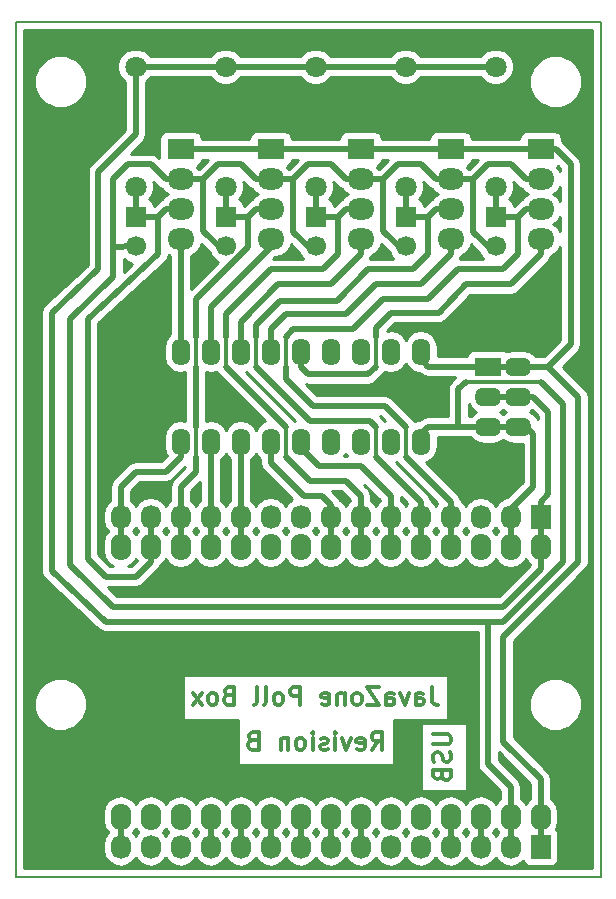
<source format=gbr>
G04 #@! TF.FileFunction,Copper,L2,Bot,Signal*
%FSLAX46Y46*%
G04 Gerber Fmt 4.6, Leading zero omitted, Abs format (unit mm)*
G04 Created by KiCad (PCBNEW 4.0.3-stable) date 2016 August 18, Thursday 22:42:55*
%MOMM*%
%LPD*%
G01*
G04 APERTURE LIST*
%ADD10C,0.100000*%
%ADD11C,0.150000*%
%ADD12C,0.300000*%
%ADD13O,1.600000X2.300000*%
%ADD14R,2.300000X1.800000*%
%ADD15O,2.300000X1.800000*%
%ADD16R,1.800000X1.800000*%
%ADD17C,1.700000*%
%ADD18C,1.800000*%
%ADD19R,2.300000X1.600000*%
%ADD20O,2.300000X1.600000*%
%ADD21R,1.727200X2.032000*%
%ADD22O,1.727200X2.032000*%
%ADD23O,1.727200X2.300000*%
%ADD24C,0.508000*%
%ADD25C,0.304800*%
%ADD26C,0.254000*%
G04 APERTURE END LIST*
D10*
D11*
X127000000Y-46990000D02*
X127000000Y-119380000D01*
X77470000Y-46990000D02*
X77470000Y-119380000D01*
X127000000Y-119380000D02*
X77470000Y-119380000D01*
X77470000Y-46990000D02*
X127000000Y-46990000D01*
D12*
X107620000Y-108628571D02*
X108120000Y-107914286D01*
X108477143Y-108628571D02*
X108477143Y-107128571D01*
X107905715Y-107128571D01*
X107762857Y-107200000D01*
X107691429Y-107271429D01*
X107620000Y-107414286D01*
X107620000Y-107628571D01*
X107691429Y-107771429D01*
X107762857Y-107842857D01*
X107905715Y-107914286D01*
X108477143Y-107914286D01*
X106405715Y-108557143D02*
X106548572Y-108628571D01*
X106834286Y-108628571D01*
X106977143Y-108557143D01*
X107048572Y-108414286D01*
X107048572Y-107842857D01*
X106977143Y-107700000D01*
X106834286Y-107628571D01*
X106548572Y-107628571D01*
X106405715Y-107700000D01*
X106334286Y-107842857D01*
X106334286Y-107985714D01*
X107048572Y-108128571D01*
X105834286Y-107628571D02*
X105477143Y-108628571D01*
X105120001Y-107628571D01*
X104548572Y-108628571D02*
X104548572Y-107628571D01*
X104548572Y-107128571D02*
X104620001Y-107200000D01*
X104548572Y-107271429D01*
X104477144Y-107200000D01*
X104548572Y-107128571D01*
X104548572Y-107271429D01*
X103905715Y-108557143D02*
X103762858Y-108628571D01*
X103477143Y-108628571D01*
X103334286Y-108557143D01*
X103262858Y-108414286D01*
X103262858Y-108342857D01*
X103334286Y-108200000D01*
X103477143Y-108128571D01*
X103691429Y-108128571D01*
X103834286Y-108057143D01*
X103905715Y-107914286D01*
X103905715Y-107842857D01*
X103834286Y-107700000D01*
X103691429Y-107628571D01*
X103477143Y-107628571D01*
X103334286Y-107700000D01*
X102620000Y-108628571D02*
X102620000Y-107628571D01*
X102620000Y-107128571D02*
X102691429Y-107200000D01*
X102620000Y-107271429D01*
X102548572Y-107200000D01*
X102620000Y-107128571D01*
X102620000Y-107271429D01*
X101691428Y-108628571D02*
X101834286Y-108557143D01*
X101905714Y-108485714D01*
X101977143Y-108342857D01*
X101977143Y-107914286D01*
X101905714Y-107771429D01*
X101834286Y-107700000D01*
X101691428Y-107628571D01*
X101477143Y-107628571D01*
X101334286Y-107700000D01*
X101262857Y-107771429D01*
X101191428Y-107914286D01*
X101191428Y-108342857D01*
X101262857Y-108485714D01*
X101334286Y-108557143D01*
X101477143Y-108628571D01*
X101691428Y-108628571D01*
X100548571Y-107628571D02*
X100548571Y-108628571D01*
X100548571Y-107771429D02*
X100477143Y-107700000D01*
X100334285Y-107628571D01*
X100120000Y-107628571D01*
X99977143Y-107700000D01*
X99905714Y-107842857D01*
X99905714Y-108628571D01*
X97548571Y-107842857D02*
X97334285Y-107914286D01*
X97262857Y-107985714D01*
X97191428Y-108128571D01*
X97191428Y-108342857D01*
X97262857Y-108485714D01*
X97334285Y-108557143D01*
X97477143Y-108628571D01*
X98048571Y-108628571D01*
X98048571Y-107128571D01*
X97548571Y-107128571D01*
X97405714Y-107200000D01*
X97334285Y-107271429D01*
X97262857Y-107414286D01*
X97262857Y-107557143D01*
X97334285Y-107700000D01*
X97405714Y-107771429D01*
X97548571Y-107842857D01*
X98048571Y-107842857D01*
X112843571Y-107327143D02*
X114057857Y-107327143D01*
X114200714Y-107398571D01*
X114272143Y-107470000D01*
X114343571Y-107612857D01*
X114343571Y-107898571D01*
X114272143Y-108041429D01*
X114200714Y-108112857D01*
X114057857Y-108184286D01*
X112843571Y-108184286D01*
X114272143Y-108827143D02*
X114343571Y-109041429D01*
X114343571Y-109398572D01*
X114272143Y-109541429D01*
X114200714Y-109612858D01*
X114057857Y-109684286D01*
X113915000Y-109684286D01*
X113772143Y-109612858D01*
X113700714Y-109541429D01*
X113629286Y-109398572D01*
X113557857Y-109112858D01*
X113486429Y-108970000D01*
X113415000Y-108898572D01*
X113272143Y-108827143D01*
X113129286Y-108827143D01*
X112986429Y-108898572D01*
X112915000Y-108970000D01*
X112843571Y-109112858D01*
X112843571Y-109470000D01*
X112915000Y-109684286D01*
X113557857Y-110827143D02*
X113629286Y-111041429D01*
X113700714Y-111112857D01*
X113843571Y-111184286D01*
X114057857Y-111184286D01*
X114200714Y-111112857D01*
X114272143Y-111041429D01*
X114343571Y-110898571D01*
X114343571Y-110327143D01*
X112843571Y-110327143D01*
X112843571Y-110827143D01*
X112915000Y-110970000D01*
X112986429Y-111041429D01*
X113129286Y-111112857D01*
X113272143Y-111112857D01*
X113415000Y-111041429D01*
X113486429Y-110970000D01*
X113557857Y-110827143D01*
X113557857Y-110327143D01*
X112691428Y-103318571D02*
X112691428Y-104390000D01*
X112762856Y-104604286D01*
X112905713Y-104747143D01*
X113119999Y-104818571D01*
X113262856Y-104818571D01*
X111334285Y-104818571D02*
X111334285Y-104032857D01*
X111405714Y-103890000D01*
X111548571Y-103818571D01*
X111834285Y-103818571D01*
X111977142Y-103890000D01*
X111334285Y-104747143D02*
X111477142Y-104818571D01*
X111834285Y-104818571D01*
X111977142Y-104747143D01*
X112048571Y-104604286D01*
X112048571Y-104461429D01*
X111977142Y-104318571D01*
X111834285Y-104247143D01*
X111477142Y-104247143D01*
X111334285Y-104175714D01*
X110762856Y-103818571D02*
X110405713Y-104818571D01*
X110048571Y-103818571D01*
X108834285Y-104818571D02*
X108834285Y-104032857D01*
X108905714Y-103890000D01*
X109048571Y-103818571D01*
X109334285Y-103818571D01*
X109477142Y-103890000D01*
X108834285Y-104747143D02*
X108977142Y-104818571D01*
X109334285Y-104818571D01*
X109477142Y-104747143D01*
X109548571Y-104604286D01*
X109548571Y-104461429D01*
X109477142Y-104318571D01*
X109334285Y-104247143D01*
X108977142Y-104247143D01*
X108834285Y-104175714D01*
X108262856Y-103318571D02*
X107262856Y-103318571D01*
X108262856Y-104818571D01*
X107262856Y-104818571D01*
X106477142Y-104818571D02*
X106620000Y-104747143D01*
X106691428Y-104675714D01*
X106762857Y-104532857D01*
X106762857Y-104104286D01*
X106691428Y-103961429D01*
X106620000Y-103890000D01*
X106477142Y-103818571D01*
X106262857Y-103818571D01*
X106120000Y-103890000D01*
X106048571Y-103961429D01*
X105977142Y-104104286D01*
X105977142Y-104532857D01*
X106048571Y-104675714D01*
X106120000Y-104747143D01*
X106262857Y-104818571D01*
X106477142Y-104818571D01*
X105334285Y-103818571D02*
X105334285Y-104818571D01*
X105334285Y-103961429D02*
X105262857Y-103890000D01*
X105119999Y-103818571D01*
X104905714Y-103818571D01*
X104762857Y-103890000D01*
X104691428Y-104032857D01*
X104691428Y-104818571D01*
X103405714Y-104747143D02*
X103548571Y-104818571D01*
X103834285Y-104818571D01*
X103977142Y-104747143D01*
X104048571Y-104604286D01*
X104048571Y-104032857D01*
X103977142Y-103890000D01*
X103834285Y-103818571D01*
X103548571Y-103818571D01*
X103405714Y-103890000D01*
X103334285Y-104032857D01*
X103334285Y-104175714D01*
X104048571Y-104318571D01*
X101548571Y-104818571D02*
X101548571Y-103318571D01*
X100977143Y-103318571D01*
X100834285Y-103390000D01*
X100762857Y-103461429D01*
X100691428Y-103604286D01*
X100691428Y-103818571D01*
X100762857Y-103961429D01*
X100834285Y-104032857D01*
X100977143Y-104104286D01*
X101548571Y-104104286D01*
X99834285Y-104818571D02*
X99977143Y-104747143D01*
X100048571Y-104675714D01*
X100120000Y-104532857D01*
X100120000Y-104104286D01*
X100048571Y-103961429D01*
X99977143Y-103890000D01*
X99834285Y-103818571D01*
X99620000Y-103818571D01*
X99477143Y-103890000D01*
X99405714Y-103961429D01*
X99334285Y-104104286D01*
X99334285Y-104532857D01*
X99405714Y-104675714D01*
X99477143Y-104747143D01*
X99620000Y-104818571D01*
X99834285Y-104818571D01*
X98477142Y-104818571D02*
X98620000Y-104747143D01*
X98691428Y-104604286D01*
X98691428Y-103318571D01*
X97691428Y-104818571D02*
X97834286Y-104747143D01*
X97905714Y-104604286D01*
X97905714Y-103318571D01*
X95477143Y-104032857D02*
X95262857Y-104104286D01*
X95191429Y-104175714D01*
X95120000Y-104318571D01*
X95120000Y-104532857D01*
X95191429Y-104675714D01*
X95262857Y-104747143D01*
X95405715Y-104818571D01*
X95977143Y-104818571D01*
X95977143Y-103318571D01*
X95477143Y-103318571D01*
X95334286Y-103390000D01*
X95262857Y-103461429D01*
X95191429Y-103604286D01*
X95191429Y-103747143D01*
X95262857Y-103890000D01*
X95334286Y-103961429D01*
X95477143Y-104032857D01*
X95977143Y-104032857D01*
X94262857Y-104818571D02*
X94405715Y-104747143D01*
X94477143Y-104675714D01*
X94548572Y-104532857D01*
X94548572Y-104104286D01*
X94477143Y-103961429D01*
X94405715Y-103890000D01*
X94262857Y-103818571D01*
X94048572Y-103818571D01*
X93905715Y-103890000D01*
X93834286Y-103961429D01*
X93762857Y-104104286D01*
X93762857Y-104532857D01*
X93834286Y-104675714D01*
X93905715Y-104747143D01*
X94048572Y-104818571D01*
X94262857Y-104818571D01*
X93262857Y-104818571D02*
X92477143Y-103818571D01*
X93262857Y-103818571D02*
X92477143Y-104818571D01*
D13*
X91440000Y-82550000D03*
X93980000Y-82550000D03*
X96520000Y-82550000D03*
X99060000Y-82550000D03*
X101600000Y-82550000D03*
X104140000Y-82550000D03*
X106680000Y-82550000D03*
X109220000Y-82550000D03*
X111760000Y-82550000D03*
X111760000Y-74930000D03*
X109220000Y-74930000D03*
X106680000Y-74930000D03*
X104140000Y-74930000D03*
X101600000Y-74930000D03*
X99060000Y-74930000D03*
X96520000Y-74930000D03*
X93980000Y-74930000D03*
X91440000Y-74930000D03*
D14*
X114300000Y-57785000D03*
D15*
X114300000Y-60325000D03*
X114300000Y-62865000D03*
X114300000Y-65405000D03*
D16*
X102870000Y-63500000D03*
D17*
X102870000Y-66000000D03*
D18*
X95250000Y-60960000D03*
X95250000Y-50800000D03*
D16*
X87630000Y-63500000D03*
D17*
X87630000Y-66000000D03*
D18*
X87630000Y-60960000D03*
X87630000Y-50800000D03*
D16*
X95250000Y-63500000D03*
D17*
X95250000Y-66000000D03*
D16*
X110490000Y-63500000D03*
D17*
X110490000Y-66000000D03*
D16*
X118110000Y-63500000D03*
D17*
X118110000Y-66000000D03*
D19*
X117475000Y-76200000D03*
D20*
X120015000Y-76200000D03*
X117475000Y-78740000D03*
X120015000Y-78740000D03*
X117475000Y-81280000D03*
X120015000Y-81280000D03*
D14*
X91440000Y-57785000D03*
D15*
X91440000Y-60325000D03*
X91440000Y-62865000D03*
X91440000Y-65405000D03*
D14*
X99060000Y-57785000D03*
D15*
X99060000Y-60325000D03*
X99060000Y-62865000D03*
X99060000Y-65405000D03*
D14*
X106680000Y-57785000D03*
D15*
X106680000Y-60325000D03*
X106680000Y-62865000D03*
X106680000Y-65405000D03*
D14*
X121920000Y-57785000D03*
D15*
X121920000Y-60325000D03*
X121920000Y-62865000D03*
X121920000Y-65405000D03*
D18*
X102870000Y-60960000D03*
X102870000Y-50800000D03*
X110490000Y-60960000D03*
X110490000Y-50800000D03*
X118110000Y-60960000D03*
X118110000Y-50800000D03*
D21*
X121920000Y-116840000D03*
D22*
X119380000Y-116840000D03*
X116840000Y-116840000D03*
X114300000Y-116840000D03*
X111760000Y-116840000D03*
X109220000Y-116840000D03*
X106680000Y-116840000D03*
X104140000Y-116840000D03*
X101600000Y-116840000D03*
X99060000Y-116840000D03*
X96520000Y-116840000D03*
X93980000Y-116840000D03*
X91440000Y-116840000D03*
X88900000Y-116840000D03*
X86360000Y-116840000D03*
D21*
X121920000Y-88900000D03*
D22*
X119380000Y-88900000D03*
X116840000Y-88900000D03*
X114300000Y-88900000D03*
X111760000Y-88900000D03*
X109220000Y-88900000D03*
X106680000Y-88900000D03*
X104140000Y-88900000D03*
X101600000Y-88900000D03*
X99060000Y-88900000D03*
X96520000Y-88900000D03*
X93980000Y-88900000D03*
X91440000Y-88900000D03*
X88900000Y-88900000D03*
X86360000Y-88900000D03*
D23*
X121920000Y-114300000D03*
X119380000Y-114300000D03*
X116840000Y-114300000D03*
X114300000Y-114300000D03*
X111760000Y-114300000D03*
X109220000Y-114300000D03*
X106680000Y-114300000D03*
X104140000Y-114300000D03*
X101600000Y-114300000D03*
X99060000Y-114300000D03*
X96520000Y-114300000D03*
X93980000Y-114300000D03*
X91440000Y-114300000D03*
X88900000Y-114300000D03*
X86360000Y-114300000D03*
X86360000Y-91440000D03*
X88900000Y-91440000D03*
X91440000Y-91440000D03*
X93980000Y-91440000D03*
X96520000Y-91440000D03*
X99060000Y-91440000D03*
X101600000Y-91440000D03*
X104140000Y-91440000D03*
X106680000Y-91440000D03*
X109220000Y-91440000D03*
X111760000Y-91440000D03*
X114300000Y-91440000D03*
X116840000Y-91440000D03*
X119380000Y-91440000D03*
X121920000Y-91440000D03*
D24*
X85725000Y-66040000D02*
X85725000Y-68580000D01*
X121920000Y-93345000D02*
X118745000Y-96520000D01*
X118745000Y-96520000D02*
X85725000Y-96520000D01*
X85725000Y-96520000D02*
X82042000Y-92964000D01*
X121920000Y-93345000D02*
X121920000Y-90805000D01*
X82042000Y-72136000D02*
X82042000Y-92964000D01*
X85725000Y-68580000D02*
X82042000Y-72136000D01*
X121285000Y-78740000D02*
X122555000Y-80010000D01*
X120015000Y-78740000D02*
X121285000Y-78740000D01*
X121920000Y-87630000D02*
X121920000Y-88900000D01*
X122555000Y-86995000D02*
X121920000Y-87630000D01*
X122555000Y-80010000D02*
X122555000Y-86995000D01*
X106680000Y-60325000D02*
X105410000Y-60325000D01*
X102235000Y-59055000D02*
X100965000Y-60325000D01*
X104140000Y-59055000D02*
X102235000Y-59055000D01*
X105410000Y-60325000D02*
X104140000Y-59055000D01*
X99060000Y-60325000D02*
X97790000Y-60325000D01*
X94615000Y-59055000D02*
X93345000Y-60325000D01*
X96520000Y-59055000D02*
X94615000Y-59055000D01*
X97790000Y-60325000D02*
X96520000Y-59055000D01*
X116205000Y-60325000D02*
X114300000Y-60325000D01*
X119380000Y-59055000D02*
X117475000Y-59055000D01*
X117435000Y-66000000D02*
X116205000Y-64770000D01*
X119380000Y-59055000D02*
X120650000Y-60325000D01*
X120650000Y-60325000D02*
X121920000Y-60325000D01*
X116205000Y-60325000D02*
X116205000Y-64770000D01*
X117475000Y-59055000D02*
X116205000Y-60325000D01*
X108585000Y-60325000D02*
X106680000Y-60325000D01*
X109855000Y-59055000D02*
X108585000Y-60325000D01*
X109855000Y-59055000D02*
X111760000Y-59055000D01*
X111760000Y-59055000D02*
X113030000Y-60325000D01*
X113030000Y-60325000D02*
X114300000Y-60325000D01*
X109895000Y-66000000D02*
X108665000Y-64770000D01*
X108585000Y-64690000D02*
X108665000Y-64770000D01*
X108585000Y-60325000D02*
X108585000Y-64690000D01*
X100965000Y-60325000D02*
X99060000Y-60325000D01*
X100965000Y-64770000D02*
X102195000Y-66000000D01*
X100965000Y-60325000D02*
X100965000Y-64770000D01*
X93345000Y-60325000D02*
X93345000Y-64690000D01*
X93345000Y-64690000D02*
X93425000Y-64770000D01*
X93425000Y-64770000D02*
X94655000Y-66000000D01*
X93345000Y-60325000D02*
X91440000Y-60325000D01*
X110490000Y-66000000D02*
X109895000Y-66000000D01*
X95250000Y-66000000D02*
X94655000Y-66000000D01*
X102870000Y-66000000D02*
X102195000Y-66000000D01*
X102870000Y-66000000D02*
X102275000Y-66000000D01*
X102275000Y-66000000D02*
X102235000Y-66040000D01*
X102235000Y-66040000D02*
X102870000Y-66000000D01*
X121920000Y-90805000D02*
X121920000Y-88900000D01*
X117475000Y-78740000D02*
X116840000Y-78740000D01*
X117475000Y-78740000D02*
X120015000Y-78740000D01*
X118110000Y-66000000D02*
X118110000Y-66040000D01*
X114300000Y-60325000D02*
X114935000Y-60325000D01*
X106680000Y-60325000D02*
X106045000Y-60325000D01*
X86995000Y-59055000D02*
X88900000Y-59055000D01*
X90170000Y-60325000D02*
X91440000Y-60325000D01*
X90170000Y-60325000D02*
X88900000Y-59055000D01*
X85725000Y-60325000D02*
X86995000Y-59055000D01*
X85725000Y-66040000D02*
X85725000Y-60325000D01*
X87590000Y-66000000D02*
X85725000Y-66040000D01*
D25*
X95250000Y-66000000D02*
X95210000Y-66000000D01*
X110490000Y-66000000D02*
X110450000Y-66000000D01*
X118110000Y-66000000D02*
X117435000Y-66000000D01*
X118110000Y-66000000D02*
X117435000Y-66000000D01*
D24*
X121920000Y-90805000D02*
X121920000Y-90805000D01*
X121920000Y-114300000D02*
X121920000Y-116840000D01*
X121920000Y-114300000D02*
X121920000Y-111125000D01*
X121920000Y-111125000D02*
X118745000Y-107950000D01*
X124460000Y-59055000D02*
X124460000Y-74295000D01*
X124460000Y-59055000D02*
X123190000Y-57785000D01*
X121920000Y-57785000D02*
X123190000Y-57785000D01*
X124460000Y-74295000D02*
X122555000Y-76200000D01*
X117475000Y-76200000D02*
X112395000Y-76200000D01*
X112395000Y-76200000D02*
X111760000Y-75565000D01*
X111760000Y-75565000D02*
X111760000Y-74930000D01*
X118745000Y-107950000D02*
X118745000Y-99060000D01*
X118745000Y-99060000D02*
X125095000Y-92710000D01*
X125095000Y-92710000D02*
X125095000Y-78740000D01*
X125095000Y-78740000D02*
X122555000Y-76200000D01*
X122555000Y-76200000D02*
X120015000Y-76200000D01*
X117475000Y-76200000D02*
X120015000Y-76200000D01*
X121920000Y-57785000D02*
X122555000Y-57785000D01*
X91440000Y-57785000D02*
X99060000Y-57785000D01*
X114300000Y-57785000D02*
X121920000Y-57785000D01*
X106680000Y-57785000D02*
X114300000Y-57785000D01*
X99060000Y-57785000D02*
X106680000Y-57785000D01*
X119380000Y-114300000D02*
X119380000Y-116840000D01*
X119380000Y-114300000D02*
X119380000Y-111760000D01*
X119380000Y-111760000D02*
X117475000Y-109855000D01*
X112395000Y-97790000D02*
X117475000Y-97790000D01*
X117475000Y-97790000D02*
X117475000Y-102870000D01*
X117475000Y-102870000D02*
X117475000Y-109855000D01*
X123825000Y-92710000D02*
X118745000Y-97790000D01*
X118745000Y-97790000D02*
X117475000Y-97790000D01*
X121920000Y-77470000D02*
X123825000Y-79375000D01*
D25*
X121920000Y-77470000D02*
X115570000Y-77470000D01*
D24*
X123825000Y-79375000D02*
X123825000Y-92710000D01*
X80518000Y-93472000D02*
X80518000Y-71628000D01*
X85090000Y-97790000D02*
X80518000Y-93472000D01*
X85090000Y-97790000D02*
X112395000Y-97790000D01*
X87630000Y-56515000D02*
X87630000Y-50800000D01*
X84455000Y-59690000D02*
X87630000Y-56515000D01*
X84455000Y-67945000D02*
X84455000Y-59690000D01*
X80518000Y-71628000D02*
X84455000Y-67945000D01*
X110490000Y-50800000D02*
X118110000Y-50800000D01*
X102870000Y-50800000D02*
X110490000Y-50800000D01*
X95250000Y-50800000D02*
X102870000Y-50800000D01*
X87630000Y-50800000D02*
X95250000Y-50800000D01*
X119380000Y-88900000D02*
X119380000Y-88265000D01*
X119380000Y-88265000D02*
X121285000Y-86360000D01*
X121285000Y-81915000D02*
X120650000Y-81280000D01*
X121285000Y-86360000D02*
X121285000Y-81915000D01*
X120650000Y-81280000D02*
X120015000Y-81280000D01*
X119380000Y-114935000D02*
X119380000Y-113665000D01*
X114935000Y-78105000D02*
X114935000Y-81280000D01*
X114935000Y-78105000D02*
X115570000Y-77470000D01*
X117475000Y-81280000D02*
X114935000Y-81280000D01*
X114935000Y-81280000D02*
X112395000Y-81280000D01*
X112395000Y-81280000D02*
X111760000Y-81915000D01*
X111760000Y-81915000D02*
X111760000Y-82550000D01*
X119380000Y-90805000D02*
X119380000Y-88900000D01*
X117475000Y-81280000D02*
X120015000Y-81280000D01*
X119380000Y-90805000D02*
X119380000Y-90805000D01*
X91440000Y-82550000D02*
X91440000Y-83820000D01*
X86360000Y-86360000D02*
X86360000Y-88900000D01*
X87630000Y-85090000D02*
X86360000Y-86360000D01*
X90170000Y-85090000D02*
X87630000Y-85090000D01*
X91440000Y-83820000D02*
X90170000Y-85090000D01*
X86360000Y-88900000D02*
X86360000Y-90805000D01*
X93980000Y-88900000D02*
X93980000Y-90805000D01*
X93980000Y-88900000D02*
X93980000Y-82550000D01*
X93980000Y-88900000D02*
X93980000Y-88900000D01*
X96520000Y-88900000D02*
X96520000Y-90805000D01*
X96520000Y-88900000D02*
X96520000Y-82550000D01*
X96520000Y-88900000D02*
X96520000Y-88900000D01*
X104140000Y-88900000D02*
X104140000Y-87884000D01*
X104140000Y-87884000D02*
X103378000Y-87122000D01*
X99060000Y-84328000D02*
X99060000Y-82550000D01*
X101854000Y-87122000D02*
X99060000Y-84328000D01*
X103378000Y-87122000D02*
X101854000Y-87122000D01*
X99060000Y-83820000D02*
X99060000Y-82550000D01*
X104140000Y-90805000D02*
X104140000Y-88900000D01*
X104140000Y-88900000D02*
X104140000Y-88900000D01*
X92710000Y-85090000D02*
X92710000Y-83820000D01*
D25*
X92710000Y-73660000D02*
X92710000Y-76200000D01*
X92710000Y-81280000D02*
X92710000Y-83820000D01*
D24*
X91440000Y-86360000D02*
X92710000Y-85090000D01*
X91440000Y-88900000D02*
X91440000Y-86360000D01*
X92710000Y-76200000D02*
X92710000Y-81280000D01*
X97155000Y-66040000D02*
X97155000Y-63500000D01*
X92710000Y-73660000D02*
X92710000Y-70485000D01*
X92710000Y-70485000D02*
X97155000Y-66040000D01*
X97155000Y-63500000D02*
X97790000Y-62865000D01*
X97790000Y-62865000D02*
X99060000Y-62865000D01*
X91440000Y-88900000D02*
X91440000Y-90805000D01*
X91440000Y-88900000D02*
X91440000Y-88900000D01*
X95250000Y-63500000D02*
X97155000Y-63500000D01*
X95250000Y-60960000D02*
X95250000Y-63500000D01*
X100330000Y-83820000D02*
X102362000Y-85852000D01*
X95250000Y-76200000D02*
X100330000Y-81280000D01*
D25*
X100330000Y-83820000D02*
X100330000Y-81280000D01*
D24*
X95250000Y-71755000D02*
X99060000Y-67945000D01*
X99060000Y-67945000D02*
X103505000Y-67945000D01*
X103505000Y-67945000D02*
X104775000Y-66675000D01*
X104775000Y-63500000D02*
X104775000Y-66675000D01*
X95250000Y-73660000D02*
X95250000Y-71755000D01*
D25*
X95250000Y-76200000D02*
X95250000Y-73660000D01*
D24*
X106680000Y-87122000D02*
X106680000Y-88900000D01*
X105410000Y-85852000D02*
X106680000Y-87122000D01*
X102362000Y-85852000D02*
X105410000Y-85852000D01*
X106680000Y-88900000D02*
X106680000Y-87630000D01*
X104775000Y-63500000D02*
X105410000Y-62865000D01*
X105410000Y-62865000D02*
X106680000Y-62865000D01*
X106680000Y-90805000D02*
X106680000Y-88900000D01*
X106680000Y-62865000D02*
X106680000Y-63307634D01*
X102870000Y-63500000D02*
X104775000Y-63500000D01*
X102870000Y-60960000D02*
X102870000Y-63500000D01*
X107950000Y-83820000D02*
X111760000Y-87630000D01*
D25*
X107950000Y-83820000D02*
X107950000Y-81280000D01*
D24*
X99822000Y-70612000D02*
X104648000Y-70612000D01*
X112395000Y-63500000D02*
X112395000Y-66675000D01*
X97790000Y-72644000D02*
X99822000Y-70612000D01*
X102362000Y-80772000D02*
X97790000Y-76200000D01*
D25*
X97790000Y-76200000D02*
X97790000Y-73660000D01*
D24*
X97790000Y-73660000D02*
X97790000Y-72644000D01*
X111125000Y-67945000D02*
X112395000Y-66675000D01*
X107315000Y-67945000D02*
X111125000Y-67945000D01*
X104648000Y-70612000D02*
X107315000Y-67945000D01*
X107442000Y-80772000D02*
X107950000Y-81280000D01*
X102362000Y-80772000D02*
X107442000Y-80772000D01*
X111760000Y-87630000D02*
X111760000Y-88900000D01*
X113030000Y-62865000D02*
X114300000Y-62865000D01*
X112395000Y-63500000D02*
X113030000Y-62865000D01*
X111760000Y-90805000D02*
X111760000Y-88900000D01*
X110490000Y-60960000D02*
X110490000Y-63500000D01*
X110490000Y-63500000D02*
X112395000Y-63500000D01*
X100330000Y-77216000D02*
X102616000Y-79502000D01*
X112395000Y-70485000D02*
X114935000Y-67945000D01*
X114935000Y-67945000D02*
X118745000Y-67945000D01*
X118745000Y-67945000D02*
X120015000Y-66675000D01*
X100330000Y-73660000D02*
X100965000Y-73025000D01*
X100330000Y-76200000D02*
X100330000Y-77216000D01*
D25*
X100330000Y-73660000D02*
X100330000Y-76200000D01*
D24*
X106045000Y-73025000D02*
X108585000Y-70485000D01*
X100965000Y-73025000D02*
X106045000Y-73025000D01*
X120015000Y-63500000D02*
X120015000Y-66675000D01*
X108585000Y-70485000D02*
X112395000Y-70485000D01*
X108712000Y-79502000D02*
X110490000Y-81280000D01*
X102616000Y-79502000D02*
X108712000Y-79502000D01*
X114300000Y-87630000D02*
X114300000Y-88900000D01*
D25*
X110490000Y-81280000D02*
X110490000Y-83820000D01*
D24*
X110490000Y-83820000D02*
X114300000Y-87630000D01*
X120015000Y-63500000D02*
X120650000Y-62865000D01*
X120650000Y-62865000D02*
X121920000Y-62865000D01*
X114300000Y-90805000D02*
X114300000Y-88900000D01*
X118110000Y-60960000D02*
X118110000Y-63500000D01*
X118110000Y-63500000D02*
X120015000Y-63500000D01*
X121285000Y-62865000D02*
X121920000Y-62865000D01*
X101600000Y-82550000D02*
X101600000Y-83058000D01*
X101600000Y-83058000D02*
X103124000Y-84582000D01*
X103124000Y-84582000D02*
X106694941Y-84641765D01*
X106694941Y-84641765D02*
X109220125Y-87114029D01*
X109220000Y-88900000D02*
X109220125Y-87114029D01*
X109220000Y-90805000D02*
X109220000Y-88900000D01*
X116840000Y-116205000D02*
X116840000Y-113665000D01*
X114300000Y-113665000D02*
X114300000Y-116205000D01*
X106680000Y-116205000D02*
X106680000Y-113665000D01*
X104140000Y-113665000D02*
X104140000Y-116205000D01*
X101600000Y-116205000D02*
X101600000Y-113665000D01*
X99060000Y-113665000D02*
X99060000Y-116205000D01*
X96520000Y-116205000D02*
X96520000Y-113665000D01*
X93980000Y-113665000D02*
X93980000Y-116205000D01*
X86360000Y-113665000D02*
X86360000Y-116205000D01*
X91440000Y-65405000D02*
X91440000Y-74295000D01*
X93980000Y-74930000D02*
X93980000Y-71120000D01*
X93980000Y-71120000D02*
X99060000Y-66040000D01*
X99060000Y-66040000D02*
X99060000Y-65405000D01*
X99060000Y-66040000D02*
X99060000Y-65405000D01*
X106680000Y-65405000D02*
X106680000Y-66675000D01*
X106680000Y-66675000D02*
X104140000Y-69215000D01*
X96520000Y-72390000D02*
X96520000Y-74930000D01*
X99695000Y-69215000D02*
X104140000Y-69215000D01*
X96520000Y-72390000D02*
X99695000Y-69215000D01*
X106680000Y-66040000D02*
X106680000Y-65405000D01*
X106680000Y-66040000D02*
X106680000Y-65405000D01*
X99060000Y-74930000D02*
X99060000Y-73025000D01*
X114300000Y-66675000D02*
X114300000Y-65405000D01*
X111760000Y-69215000D02*
X114300000Y-66675000D01*
X107950000Y-69215000D02*
X111760000Y-69215000D01*
X105410000Y-71755000D02*
X107950000Y-69215000D01*
X100330000Y-71755000D02*
X105410000Y-71755000D01*
X99060000Y-73025000D02*
X100330000Y-71755000D01*
X114300000Y-65405000D02*
X114300000Y-66040000D01*
D25*
X107950000Y-76200000D02*
X107950000Y-73660000D01*
D24*
X107950000Y-72898000D02*
X107950000Y-73660000D01*
X119380000Y-69215000D02*
X115570000Y-69215000D01*
X115570000Y-69215000D02*
X113284000Y-71628000D01*
X121920000Y-65405000D02*
X121920000Y-66675000D01*
X121920000Y-66675000D02*
X119380000Y-69215000D01*
X113284000Y-71628000D02*
X109220000Y-71628000D01*
X109220000Y-71628000D02*
X107950000Y-72898000D01*
X107315000Y-76835000D02*
X107950000Y-76200000D01*
X101600000Y-76200000D02*
X102235000Y-76835000D01*
X101600000Y-76200000D02*
X101600000Y-74930000D01*
X102235000Y-76835000D02*
X107315000Y-76835000D01*
X101600000Y-74930000D02*
X101600000Y-74295000D01*
X88900000Y-91440000D02*
X88900000Y-92710000D01*
X89535000Y-66675000D02*
X89535000Y-63500000D01*
X83566000Y-72136000D02*
X89535000Y-66675000D01*
X87630000Y-93980000D02*
X85090000Y-93980000D01*
X85090000Y-93980000D02*
X83566000Y-92456000D01*
X83566000Y-92456000D02*
X83566000Y-72136000D01*
X88900000Y-92710000D02*
X87630000Y-93980000D01*
X88900000Y-90805000D02*
X88900000Y-92075000D01*
X89535000Y-63500000D02*
X90170000Y-62865000D01*
X90170000Y-62865000D02*
X91440000Y-62865000D01*
X88900000Y-88900000D02*
X88900000Y-90805000D01*
X88900000Y-88900000D02*
X88900000Y-88900000D01*
X87630000Y-63500000D02*
X89535000Y-63500000D01*
D25*
X87630000Y-63500000D02*
X88265000Y-63500000D01*
D24*
X87630000Y-63500000D02*
X87630000Y-60960000D01*
D26*
G36*
X126290000Y-118670000D02*
X78180000Y-118670000D01*
X78180000Y-104367346D01*
X79037974Y-104367346D01*
X79044984Y-104792425D01*
X79044613Y-105217619D01*
X79052303Y-105236230D01*
X79052635Y-105256363D01*
X79364640Y-106009610D01*
X79373845Y-106014420D01*
X79384155Y-106039372D01*
X80012321Y-106668636D01*
X80040057Y-106680153D01*
X80045390Y-106690360D01*
X80440797Y-106846554D01*
X80833481Y-107009611D01*
X80853619Y-107009629D01*
X80872346Y-107017026D01*
X81297425Y-107010016D01*
X81722619Y-107010387D01*
X81741230Y-107002697D01*
X81761363Y-107002365D01*
X82514610Y-106690360D01*
X82519420Y-106681155D01*
X82544372Y-106670845D01*
X83173636Y-106042679D01*
X83185153Y-106014943D01*
X83195360Y-106009610D01*
X83351554Y-105614203D01*
X83514611Y-105221519D01*
X83514629Y-105201381D01*
X83522026Y-105182654D01*
X83515016Y-104757575D01*
X83515387Y-104332381D01*
X83507697Y-104313770D01*
X83507365Y-104293637D01*
X83195360Y-103540390D01*
X83186155Y-103535580D01*
X83175845Y-103510628D01*
X82547679Y-102881364D01*
X82519943Y-102869847D01*
X82514610Y-102859640D01*
X82119203Y-102703446D01*
X81726519Y-102540389D01*
X81706381Y-102540371D01*
X81687654Y-102532974D01*
X81262575Y-102539984D01*
X80837381Y-102539613D01*
X80818770Y-102547303D01*
X80798637Y-102547635D01*
X80045390Y-102859640D01*
X80040580Y-102868845D01*
X80015628Y-102879155D01*
X79386364Y-103507321D01*
X79374847Y-103535057D01*
X79364640Y-103540390D01*
X79208446Y-103935797D01*
X79045389Y-104328481D01*
X79045371Y-104348619D01*
X79037974Y-104367346D01*
X78180000Y-104367346D01*
X78180000Y-102305000D01*
X91627858Y-102305000D01*
X91627858Y-106125000D01*
X96270714Y-106125000D01*
X96270714Y-109935000D01*
X109469286Y-109935000D01*
X109469286Y-106335000D01*
X111830000Y-106335000D01*
X111830000Y-112105000D01*
X115650000Y-112105000D01*
X115650000Y-106335000D01*
X111830000Y-106335000D01*
X109469286Y-106335000D01*
X109469286Y-106125000D01*
X114112143Y-106125000D01*
X114112143Y-102305000D01*
X91627858Y-102305000D01*
X78180000Y-102305000D01*
X78180000Y-71628000D01*
X79629000Y-71628000D01*
X79629000Y-93472000D01*
X79631519Y-93484663D01*
X79629363Y-93497390D01*
X79665265Y-93654314D01*
X79696671Y-93812206D01*
X79703843Y-93822939D01*
X79706722Y-93835524D01*
X79799945Y-93966766D01*
X79889382Y-94100618D01*
X79900116Y-94107790D01*
X79907592Y-94118315D01*
X84479592Y-98436315D01*
X84615943Y-98521892D01*
X84749794Y-98611329D01*
X84762455Y-98613847D01*
X84773391Y-98620711D01*
X84932132Y-98647598D01*
X85090000Y-98679000D01*
X116586000Y-98679000D01*
X116586000Y-109855000D01*
X116653671Y-110195206D01*
X116846382Y-110483618D01*
X118491000Y-112128236D01*
X118491000Y-112804922D01*
X118320330Y-112918960D01*
X118110000Y-113233741D01*
X117899670Y-112918960D01*
X117413489Y-112594104D01*
X116840000Y-112480030D01*
X116266511Y-112594104D01*
X115780330Y-112918960D01*
X115570000Y-113233741D01*
X115359670Y-112918960D01*
X114873489Y-112594104D01*
X114300000Y-112480030D01*
X113726511Y-112594104D01*
X113240330Y-112918960D01*
X113030000Y-113233741D01*
X112819670Y-112918960D01*
X112333489Y-112594104D01*
X111760000Y-112480030D01*
X111186511Y-112594104D01*
X110700330Y-112918960D01*
X110490000Y-113233741D01*
X110279670Y-112918960D01*
X109793489Y-112594104D01*
X109220000Y-112480030D01*
X108646511Y-112594104D01*
X108160330Y-112918960D01*
X107950000Y-113233741D01*
X107739670Y-112918960D01*
X107253489Y-112594104D01*
X106680000Y-112480030D01*
X106106511Y-112594104D01*
X105620330Y-112918960D01*
X105410000Y-113233741D01*
X105199670Y-112918960D01*
X104713489Y-112594104D01*
X104140000Y-112480030D01*
X103566511Y-112594104D01*
X103080330Y-112918960D01*
X102870000Y-113233741D01*
X102659670Y-112918960D01*
X102173489Y-112594104D01*
X101600000Y-112480030D01*
X101026511Y-112594104D01*
X100540330Y-112918960D01*
X100330000Y-113233741D01*
X100119670Y-112918960D01*
X99633489Y-112594104D01*
X99060000Y-112480030D01*
X98486511Y-112594104D01*
X98000330Y-112918960D01*
X97790000Y-113233741D01*
X97579670Y-112918960D01*
X97093489Y-112594104D01*
X96520000Y-112480030D01*
X95946511Y-112594104D01*
X95460330Y-112918960D01*
X95250000Y-113233741D01*
X95039670Y-112918960D01*
X94553489Y-112594104D01*
X93980000Y-112480030D01*
X93406511Y-112594104D01*
X92920330Y-112918960D01*
X92710000Y-113233741D01*
X92499670Y-112918960D01*
X92013489Y-112594104D01*
X91440000Y-112480030D01*
X90866511Y-112594104D01*
X90380330Y-112918960D01*
X90170000Y-113233741D01*
X89959670Y-112918960D01*
X89473489Y-112594104D01*
X88900000Y-112480030D01*
X88326511Y-112594104D01*
X87840330Y-112918960D01*
X87630000Y-113233741D01*
X87419670Y-112918960D01*
X86933489Y-112594104D01*
X86360000Y-112480030D01*
X85786511Y-112594104D01*
X85300330Y-112918960D01*
X84975474Y-113405141D01*
X84861400Y-113978630D01*
X84861400Y-114621370D01*
X84975474Y-115194859D01*
X85271780Y-115638312D01*
X84975474Y-116081766D01*
X84861400Y-116655255D01*
X84861400Y-117024745D01*
X84975474Y-117598234D01*
X85300330Y-118084415D01*
X85786511Y-118409271D01*
X86360000Y-118523345D01*
X86933489Y-118409271D01*
X87419670Y-118084415D01*
X87626461Y-117774931D01*
X87654532Y-117806349D01*
X87840330Y-118084415D01*
X87995771Y-118188277D01*
X87997964Y-118190732D01*
X88003269Y-118193287D01*
X88326511Y-118409271D01*
X88900000Y-118523345D01*
X89473489Y-118409271D01*
X89796731Y-118193287D01*
X89802036Y-118190732D01*
X89804229Y-118188277D01*
X89959670Y-118084415D01*
X90145468Y-117806349D01*
X90170000Y-117778892D01*
X90194532Y-117806349D01*
X90380330Y-118084415D01*
X90535771Y-118188277D01*
X90537964Y-118190732D01*
X90543269Y-118193287D01*
X90866511Y-118409271D01*
X91440000Y-118523345D01*
X92013489Y-118409271D01*
X92336731Y-118193287D01*
X92342036Y-118190732D01*
X92344229Y-118188277D01*
X92499670Y-118084415D01*
X92685468Y-117806349D01*
X92713539Y-117774931D01*
X92920330Y-118084415D01*
X93406511Y-118409271D01*
X93980000Y-118523345D01*
X94553489Y-118409271D01*
X95039670Y-118084415D01*
X95250000Y-117769634D01*
X95460330Y-118084415D01*
X95946511Y-118409271D01*
X96520000Y-118523345D01*
X97093489Y-118409271D01*
X97579670Y-118084415D01*
X97790000Y-117769634D01*
X98000330Y-118084415D01*
X98486511Y-118409271D01*
X99060000Y-118523345D01*
X99633489Y-118409271D01*
X100119670Y-118084415D01*
X100330000Y-117769634D01*
X100540330Y-118084415D01*
X101026511Y-118409271D01*
X101600000Y-118523345D01*
X102173489Y-118409271D01*
X102659670Y-118084415D01*
X102870000Y-117769634D01*
X103080330Y-118084415D01*
X103566511Y-118409271D01*
X104140000Y-118523345D01*
X104713489Y-118409271D01*
X105199670Y-118084415D01*
X105410000Y-117769634D01*
X105620330Y-118084415D01*
X106106511Y-118409271D01*
X106680000Y-118523345D01*
X107253489Y-118409271D01*
X107739670Y-118084415D01*
X107946461Y-117774931D01*
X107974532Y-117806349D01*
X108160330Y-118084415D01*
X108315771Y-118188277D01*
X108317964Y-118190732D01*
X108323269Y-118193287D01*
X108646511Y-118409271D01*
X109220000Y-118523345D01*
X109793489Y-118409271D01*
X110116731Y-118193287D01*
X110122036Y-118190732D01*
X110124229Y-118188277D01*
X110279670Y-118084415D01*
X110465468Y-117806349D01*
X110490000Y-117778892D01*
X110514532Y-117806349D01*
X110700330Y-118084415D01*
X110855771Y-118188277D01*
X110857964Y-118190732D01*
X110863269Y-118193287D01*
X111186511Y-118409271D01*
X111760000Y-118523345D01*
X112333489Y-118409271D01*
X112656731Y-118193287D01*
X112662036Y-118190732D01*
X112664229Y-118188277D01*
X112819670Y-118084415D01*
X113005468Y-117806349D01*
X113033539Y-117774931D01*
X113240330Y-118084415D01*
X113726511Y-118409271D01*
X114300000Y-118523345D01*
X114873489Y-118409271D01*
X115359670Y-118084415D01*
X115570000Y-117769634D01*
X115780330Y-118084415D01*
X116266511Y-118409271D01*
X116840000Y-118523345D01*
X117413489Y-118409271D01*
X117899670Y-118084415D01*
X118110000Y-117769634D01*
X118320330Y-118084415D01*
X118806511Y-118409271D01*
X119380000Y-118523345D01*
X119953489Y-118409271D01*
X120439670Y-118084415D01*
X120449243Y-118070087D01*
X120453238Y-118091317D01*
X120592310Y-118307441D01*
X120804510Y-118452431D01*
X121056400Y-118503440D01*
X122783600Y-118503440D01*
X123018917Y-118459162D01*
X123235041Y-118320090D01*
X123380031Y-118107890D01*
X123431040Y-117856000D01*
X123431040Y-115824000D01*
X123386762Y-115588683D01*
X123247690Y-115372559D01*
X123205193Y-115343522D01*
X123304526Y-115194859D01*
X123418600Y-114621370D01*
X123418600Y-113978630D01*
X123304526Y-113405141D01*
X122979670Y-112918960D01*
X122809000Y-112804922D01*
X122809000Y-111125000D01*
X122741329Y-110784794D01*
X122548618Y-110496382D01*
X119634000Y-107581764D01*
X119634000Y-104367346D01*
X120947974Y-104367346D01*
X120954984Y-104792425D01*
X120954613Y-105217619D01*
X120962303Y-105236230D01*
X120962635Y-105256363D01*
X121274640Y-106009610D01*
X121283845Y-106014420D01*
X121294155Y-106039372D01*
X121922321Y-106668636D01*
X121950057Y-106680153D01*
X121955390Y-106690360D01*
X122350797Y-106846554D01*
X122743481Y-107009611D01*
X122763619Y-107009629D01*
X122782346Y-107017026D01*
X123207425Y-107010016D01*
X123632619Y-107010387D01*
X123651230Y-107002697D01*
X123671363Y-107002365D01*
X124424610Y-106690360D01*
X124429420Y-106681155D01*
X124454372Y-106670845D01*
X125083636Y-106042679D01*
X125095153Y-106014943D01*
X125105360Y-106009610D01*
X125261554Y-105614203D01*
X125424611Y-105221519D01*
X125424629Y-105201381D01*
X125432026Y-105182654D01*
X125425016Y-104757575D01*
X125425387Y-104332381D01*
X125417697Y-104313770D01*
X125417365Y-104293637D01*
X125105360Y-103540390D01*
X125096155Y-103535580D01*
X125085845Y-103510628D01*
X124457679Y-102881364D01*
X124429943Y-102869847D01*
X124424610Y-102859640D01*
X124029203Y-102703446D01*
X123636519Y-102540389D01*
X123616381Y-102540371D01*
X123597654Y-102532974D01*
X123172575Y-102539984D01*
X122747381Y-102539613D01*
X122728770Y-102547303D01*
X122708637Y-102547635D01*
X121955390Y-102859640D01*
X121950580Y-102868845D01*
X121925628Y-102879155D01*
X121296364Y-103507321D01*
X121284847Y-103535057D01*
X121274640Y-103540390D01*
X121118446Y-103935797D01*
X120955389Y-104328481D01*
X120955371Y-104348619D01*
X120947974Y-104367346D01*
X119634000Y-104367346D01*
X119634000Y-99428236D01*
X125723618Y-93338618D01*
X125843283Y-93159527D01*
X125916329Y-93050206D01*
X125984000Y-92710000D01*
X125984000Y-78740000D01*
X125916329Y-78399794D01*
X125723618Y-78111382D01*
X123812236Y-76200000D01*
X125088618Y-74923618D01*
X125202915Y-74752560D01*
X125281329Y-74635206D01*
X125349000Y-74295000D01*
X125349000Y-59055000D01*
X125281329Y-58714794D01*
X125088618Y-58426382D01*
X123818618Y-57156382D01*
X123799515Y-57143618D01*
X123717440Y-57088777D01*
X123717440Y-56885000D01*
X123673162Y-56649683D01*
X123534090Y-56433559D01*
X123321890Y-56288569D01*
X123070000Y-56237560D01*
X120770000Y-56237560D01*
X120534683Y-56281838D01*
X120318559Y-56420910D01*
X120173569Y-56633110D01*
X120122560Y-56885000D01*
X120122560Y-56896000D01*
X116097440Y-56896000D01*
X116097440Y-56885000D01*
X116053162Y-56649683D01*
X115914090Y-56433559D01*
X115701890Y-56288569D01*
X115450000Y-56237560D01*
X113150000Y-56237560D01*
X112914683Y-56281838D01*
X112698559Y-56420910D01*
X112553569Y-56633110D01*
X112502560Y-56885000D01*
X112502560Y-56896000D01*
X108477440Y-56896000D01*
X108477440Y-56885000D01*
X108433162Y-56649683D01*
X108294090Y-56433559D01*
X108081890Y-56288569D01*
X107830000Y-56237560D01*
X105530000Y-56237560D01*
X105294683Y-56281838D01*
X105078559Y-56420910D01*
X104933569Y-56633110D01*
X104882560Y-56885000D01*
X104882560Y-56896000D01*
X100857440Y-56896000D01*
X100857440Y-56885000D01*
X100813162Y-56649683D01*
X100674090Y-56433559D01*
X100461890Y-56288569D01*
X100210000Y-56237560D01*
X97910000Y-56237560D01*
X97674683Y-56281838D01*
X97458559Y-56420910D01*
X97313569Y-56633110D01*
X97262560Y-56885000D01*
X97262560Y-56896000D01*
X93237440Y-56896000D01*
X93237440Y-56885000D01*
X93193162Y-56649683D01*
X93054090Y-56433559D01*
X92841890Y-56288569D01*
X92590000Y-56237560D01*
X90290000Y-56237560D01*
X90054683Y-56281838D01*
X89838559Y-56420910D01*
X89693569Y-56633110D01*
X89642560Y-56885000D01*
X89642560Y-58540324D01*
X89528618Y-58426382D01*
X89509515Y-58413618D01*
X89240206Y-58233671D01*
X88900000Y-58166000D01*
X87236236Y-58166000D01*
X88258618Y-57143618D01*
X88451329Y-56855206D01*
X88519000Y-56515000D01*
X88519000Y-52081475D01*
X88912162Y-51689000D01*
X93968525Y-51689000D01*
X94379357Y-52100551D01*
X94943330Y-52334733D01*
X95553991Y-52335265D01*
X96118371Y-52102068D01*
X96532162Y-51689000D01*
X101588525Y-51689000D01*
X101999357Y-52100551D01*
X102563330Y-52334733D01*
X103173991Y-52335265D01*
X103738371Y-52102068D01*
X104152162Y-51689000D01*
X109208525Y-51689000D01*
X109619357Y-52100551D01*
X110183330Y-52334733D01*
X110793991Y-52335265D01*
X111358371Y-52102068D01*
X111772162Y-51689000D01*
X116828525Y-51689000D01*
X117239357Y-52100551D01*
X117803330Y-52334733D01*
X118413991Y-52335265D01*
X118978371Y-52102068D01*
X119410551Y-51670643D01*
X119413996Y-51662346D01*
X120947974Y-51662346D01*
X120954984Y-52087425D01*
X120954613Y-52512619D01*
X120962303Y-52531230D01*
X120962635Y-52551363D01*
X121274640Y-53304610D01*
X121283845Y-53309420D01*
X121294155Y-53334372D01*
X121922321Y-53963636D01*
X121950057Y-53975153D01*
X121955390Y-53985360D01*
X122350797Y-54141554D01*
X122743481Y-54304611D01*
X122763619Y-54304629D01*
X122782346Y-54312026D01*
X123207425Y-54305016D01*
X123632619Y-54305387D01*
X123651230Y-54297697D01*
X123671363Y-54297365D01*
X124424610Y-53985360D01*
X124429420Y-53976155D01*
X124454372Y-53965845D01*
X125083636Y-53337679D01*
X125095153Y-53309943D01*
X125105360Y-53304610D01*
X125261554Y-52909203D01*
X125424611Y-52516519D01*
X125424629Y-52496381D01*
X125432026Y-52477654D01*
X125425016Y-52052575D01*
X125425387Y-51627381D01*
X125417697Y-51608770D01*
X125417365Y-51588637D01*
X125105360Y-50835390D01*
X125096155Y-50830580D01*
X125085845Y-50805628D01*
X124457679Y-50176364D01*
X124429943Y-50164847D01*
X124424610Y-50154640D01*
X124029203Y-49998446D01*
X123636519Y-49835389D01*
X123616381Y-49835371D01*
X123597654Y-49827974D01*
X123172575Y-49834984D01*
X122747381Y-49834613D01*
X122728770Y-49842303D01*
X122708637Y-49842635D01*
X121955390Y-50154640D01*
X121950580Y-50163845D01*
X121925628Y-50174155D01*
X121296364Y-50802321D01*
X121284847Y-50830057D01*
X121274640Y-50835390D01*
X121118446Y-51230797D01*
X120955389Y-51623481D01*
X120955371Y-51643619D01*
X120947974Y-51662346D01*
X119413996Y-51662346D01*
X119644733Y-51106670D01*
X119645265Y-50496009D01*
X119412068Y-49931629D01*
X118980643Y-49499449D01*
X118416670Y-49265267D01*
X117806009Y-49264735D01*
X117241629Y-49497932D01*
X116827838Y-49911000D01*
X111771475Y-49911000D01*
X111360643Y-49499449D01*
X110796670Y-49265267D01*
X110186009Y-49264735D01*
X109621629Y-49497932D01*
X109207838Y-49911000D01*
X104151475Y-49911000D01*
X103740643Y-49499449D01*
X103176670Y-49265267D01*
X102566009Y-49264735D01*
X102001629Y-49497932D01*
X101587838Y-49911000D01*
X96531475Y-49911000D01*
X96120643Y-49499449D01*
X95556670Y-49265267D01*
X94946009Y-49264735D01*
X94381629Y-49497932D01*
X93967838Y-49911000D01*
X88911475Y-49911000D01*
X88500643Y-49499449D01*
X87936670Y-49265267D01*
X87326009Y-49264735D01*
X86761629Y-49497932D01*
X86329449Y-49929357D01*
X86095267Y-50493330D01*
X86094735Y-51103991D01*
X86327932Y-51668371D01*
X86741000Y-52082162D01*
X86741000Y-56146764D01*
X83826382Y-59061382D01*
X83633671Y-59349794D01*
X83566000Y-59690000D01*
X83566000Y-67559290D01*
X79910673Y-70978789D01*
X79901898Y-70991019D01*
X79889382Y-70999382D01*
X79801093Y-71131515D01*
X79708461Y-71260621D01*
X79705034Y-71275277D01*
X79696671Y-71287794D01*
X79665670Y-71443645D01*
X79629493Y-71598383D01*
X79631936Y-71613238D01*
X79629000Y-71628000D01*
X78180000Y-71628000D01*
X78180000Y-51662346D01*
X79037974Y-51662346D01*
X79044984Y-52087425D01*
X79044613Y-52512619D01*
X79052303Y-52531230D01*
X79052635Y-52551363D01*
X79364640Y-53304610D01*
X79373845Y-53309420D01*
X79384155Y-53334372D01*
X80012321Y-53963636D01*
X80040057Y-53975153D01*
X80045390Y-53985360D01*
X80440797Y-54141554D01*
X80833481Y-54304611D01*
X80853619Y-54304629D01*
X80872346Y-54312026D01*
X81297425Y-54305016D01*
X81722619Y-54305387D01*
X81741230Y-54297697D01*
X81761363Y-54297365D01*
X82514610Y-53985360D01*
X82519420Y-53976155D01*
X82544372Y-53965845D01*
X83173636Y-53337679D01*
X83185153Y-53309943D01*
X83195360Y-53304610D01*
X83351554Y-52909203D01*
X83514611Y-52516519D01*
X83514629Y-52496381D01*
X83522026Y-52477654D01*
X83515016Y-52052575D01*
X83515387Y-51627381D01*
X83507697Y-51608770D01*
X83507365Y-51588637D01*
X83195360Y-50835390D01*
X83186155Y-50830580D01*
X83175845Y-50805628D01*
X82547679Y-50176364D01*
X82519943Y-50164847D01*
X82514610Y-50154640D01*
X82119203Y-49998446D01*
X81726519Y-49835389D01*
X81706381Y-49835371D01*
X81687654Y-49827974D01*
X81262575Y-49834984D01*
X80837381Y-49834613D01*
X80818770Y-49842303D01*
X80798637Y-49842635D01*
X80045390Y-50154640D01*
X80040580Y-50163845D01*
X80015628Y-50174155D01*
X79386364Y-50802321D01*
X79374847Y-50830057D01*
X79364640Y-50835390D01*
X79208446Y-51230797D01*
X79045389Y-51623481D01*
X79045371Y-51643619D01*
X79037974Y-51662346D01*
X78180000Y-51662346D01*
X78180000Y-47700000D01*
X126290000Y-47700000D01*
X126290000Y-118670000D01*
X126290000Y-118670000D01*
G37*
X126290000Y-118670000D02*
X78180000Y-118670000D01*
X78180000Y-104367346D01*
X79037974Y-104367346D01*
X79044984Y-104792425D01*
X79044613Y-105217619D01*
X79052303Y-105236230D01*
X79052635Y-105256363D01*
X79364640Y-106009610D01*
X79373845Y-106014420D01*
X79384155Y-106039372D01*
X80012321Y-106668636D01*
X80040057Y-106680153D01*
X80045390Y-106690360D01*
X80440797Y-106846554D01*
X80833481Y-107009611D01*
X80853619Y-107009629D01*
X80872346Y-107017026D01*
X81297425Y-107010016D01*
X81722619Y-107010387D01*
X81741230Y-107002697D01*
X81761363Y-107002365D01*
X82514610Y-106690360D01*
X82519420Y-106681155D01*
X82544372Y-106670845D01*
X83173636Y-106042679D01*
X83185153Y-106014943D01*
X83195360Y-106009610D01*
X83351554Y-105614203D01*
X83514611Y-105221519D01*
X83514629Y-105201381D01*
X83522026Y-105182654D01*
X83515016Y-104757575D01*
X83515387Y-104332381D01*
X83507697Y-104313770D01*
X83507365Y-104293637D01*
X83195360Y-103540390D01*
X83186155Y-103535580D01*
X83175845Y-103510628D01*
X82547679Y-102881364D01*
X82519943Y-102869847D01*
X82514610Y-102859640D01*
X82119203Y-102703446D01*
X81726519Y-102540389D01*
X81706381Y-102540371D01*
X81687654Y-102532974D01*
X81262575Y-102539984D01*
X80837381Y-102539613D01*
X80818770Y-102547303D01*
X80798637Y-102547635D01*
X80045390Y-102859640D01*
X80040580Y-102868845D01*
X80015628Y-102879155D01*
X79386364Y-103507321D01*
X79374847Y-103535057D01*
X79364640Y-103540390D01*
X79208446Y-103935797D01*
X79045389Y-104328481D01*
X79045371Y-104348619D01*
X79037974Y-104367346D01*
X78180000Y-104367346D01*
X78180000Y-102305000D01*
X91627858Y-102305000D01*
X91627858Y-106125000D01*
X96270714Y-106125000D01*
X96270714Y-109935000D01*
X109469286Y-109935000D01*
X109469286Y-106335000D01*
X111830000Y-106335000D01*
X111830000Y-112105000D01*
X115650000Y-112105000D01*
X115650000Y-106335000D01*
X111830000Y-106335000D01*
X109469286Y-106335000D01*
X109469286Y-106125000D01*
X114112143Y-106125000D01*
X114112143Y-102305000D01*
X91627858Y-102305000D01*
X78180000Y-102305000D01*
X78180000Y-71628000D01*
X79629000Y-71628000D01*
X79629000Y-93472000D01*
X79631519Y-93484663D01*
X79629363Y-93497390D01*
X79665265Y-93654314D01*
X79696671Y-93812206D01*
X79703843Y-93822939D01*
X79706722Y-93835524D01*
X79799945Y-93966766D01*
X79889382Y-94100618D01*
X79900116Y-94107790D01*
X79907592Y-94118315D01*
X84479592Y-98436315D01*
X84615943Y-98521892D01*
X84749794Y-98611329D01*
X84762455Y-98613847D01*
X84773391Y-98620711D01*
X84932132Y-98647598D01*
X85090000Y-98679000D01*
X116586000Y-98679000D01*
X116586000Y-109855000D01*
X116653671Y-110195206D01*
X116846382Y-110483618D01*
X118491000Y-112128236D01*
X118491000Y-112804922D01*
X118320330Y-112918960D01*
X118110000Y-113233741D01*
X117899670Y-112918960D01*
X117413489Y-112594104D01*
X116840000Y-112480030D01*
X116266511Y-112594104D01*
X115780330Y-112918960D01*
X115570000Y-113233741D01*
X115359670Y-112918960D01*
X114873489Y-112594104D01*
X114300000Y-112480030D01*
X113726511Y-112594104D01*
X113240330Y-112918960D01*
X113030000Y-113233741D01*
X112819670Y-112918960D01*
X112333489Y-112594104D01*
X111760000Y-112480030D01*
X111186511Y-112594104D01*
X110700330Y-112918960D01*
X110490000Y-113233741D01*
X110279670Y-112918960D01*
X109793489Y-112594104D01*
X109220000Y-112480030D01*
X108646511Y-112594104D01*
X108160330Y-112918960D01*
X107950000Y-113233741D01*
X107739670Y-112918960D01*
X107253489Y-112594104D01*
X106680000Y-112480030D01*
X106106511Y-112594104D01*
X105620330Y-112918960D01*
X105410000Y-113233741D01*
X105199670Y-112918960D01*
X104713489Y-112594104D01*
X104140000Y-112480030D01*
X103566511Y-112594104D01*
X103080330Y-112918960D01*
X102870000Y-113233741D01*
X102659670Y-112918960D01*
X102173489Y-112594104D01*
X101600000Y-112480030D01*
X101026511Y-112594104D01*
X100540330Y-112918960D01*
X100330000Y-113233741D01*
X100119670Y-112918960D01*
X99633489Y-112594104D01*
X99060000Y-112480030D01*
X98486511Y-112594104D01*
X98000330Y-112918960D01*
X97790000Y-113233741D01*
X97579670Y-112918960D01*
X97093489Y-112594104D01*
X96520000Y-112480030D01*
X95946511Y-112594104D01*
X95460330Y-112918960D01*
X95250000Y-113233741D01*
X95039670Y-112918960D01*
X94553489Y-112594104D01*
X93980000Y-112480030D01*
X93406511Y-112594104D01*
X92920330Y-112918960D01*
X92710000Y-113233741D01*
X92499670Y-112918960D01*
X92013489Y-112594104D01*
X91440000Y-112480030D01*
X90866511Y-112594104D01*
X90380330Y-112918960D01*
X90170000Y-113233741D01*
X89959670Y-112918960D01*
X89473489Y-112594104D01*
X88900000Y-112480030D01*
X88326511Y-112594104D01*
X87840330Y-112918960D01*
X87630000Y-113233741D01*
X87419670Y-112918960D01*
X86933489Y-112594104D01*
X86360000Y-112480030D01*
X85786511Y-112594104D01*
X85300330Y-112918960D01*
X84975474Y-113405141D01*
X84861400Y-113978630D01*
X84861400Y-114621370D01*
X84975474Y-115194859D01*
X85271780Y-115638312D01*
X84975474Y-116081766D01*
X84861400Y-116655255D01*
X84861400Y-117024745D01*
X84975474Y-117598234D01*
X85300330Y-118084415D01*
X85786511Y-118409271D01*
X86360000Y-118523345D01*
X86933489Y-118409271D01*
X87419670Y-118084415D01*
X87626461Y-117774931D01*
X87654532Y-117806349D01*
X87840330Y-118084415D01*
X87995771Y-118188277D01*
X87997964Y-118190732D01*
X88003269Y-118193287D01*
X88326511Y-118409271D01*
X88900000Y-118523345D01*
X89473489Y-118409271D01*
X89796731Y-118193287D01*
X89802036Y-118190732D01*
X89804229Y-118188277D01*
X89959670Y-118084415D01*
X90145468Y-117806349D01*
X90170000Y-117778892D01*
X90194532Y-117806349D01*
X90380330Y-118084415D01*
X90535771Y-118188277D01*
X90537964Y-118190732D01*
X90543269Y-118193287D01*
X90866511Y-118409271D01*
X91440000Y-118523345D01*
X92013489Y-118409271D01*
X92336731Y-118193287D01*
X92342036Y-118190732D01*
X92344229Y-118188277D01*
X92499670Y-118084415D01*
X92685468Y-117806349D01*
X92713539Y-117774931D01*
X92920330Y-118084415D01*
X93406511Y-118409271D01*
X93980000Y-118523345D01*
X94553489Y-118409271D01*
X95039670Y-118084415D01*
X95250000Y-117769634D01*
X95460330Y-118084415D01*
X95946511Y-118409271D01*
X96520000Y-118523345D01*
X97093489Y-118409271D01*
X97579670Y-118084415D01*
X97790000Y-117769634D01*
X98000330Y-118084415D01*
X98486511Y-118409271D01*
X99060000Y-118523345D01*
X99633489Y-118409271D01*
X100119670Y-118084415D01*
X100330000Y-117769634D01*
X100540330Y-118084415D01*
X101026511Y-118409271D01*
X101600000Y-118523345D01*
X102173489Y-118409271D01*
X102659670Y-118084415D01*
X102870000Y-117769634D01*
X103080330Y-118084415D01*
X103566511Y-118409271D01*
X104140000Y-118523345D01*
X104713489Y-118409271D01*
X105199670Y-118084415D01*
X105410000Y-117769634D01*
X105620330Y-118084415D01*
X106106511Y-118409271D01*
X106680000Y-118523345D01*
X107253489Y-118409271D01*
X107739670Y-118084415D01*
X107946461Y-117774931D01*
X107974532Y-117806349D01*
X108160330Y-118084415D01*
X108315771Y-118188277D01*
X108317964Y-118190732D01*
X108323269Y-118193287D01*
X108646511Y-118409271D01*
X109220000Y-118523345D01*
X109793489Y-118409271D01*
X110116731Y-118193287D01*
X110122036Y-118190732D01*
X110124229Y-118188277D01*
X110279670Y-118084415D01*
X110465468Y-117806349D01*
X110490000Y-117778892D01*
X110514532Y-117806349D01*
X110700330Y-118084415D01*
X110855771Y-118188277D01*
X110857964Y-118190732D01*
X110863269Y-118193287D01*
X111186511Y-118409271D01*
X111760000Y-118523345D01*
X112333489Y-118409271D01*
X112656731Y-118193287D01*
X112662036Y-118190732D01*
X112664229Y-118188277D01*
X112819670Y-118084415D01*
X113005468Y-117806349D01*
X113033539Y-117774931D01*
X113240330Y-118084415D01*
X113726511Y-118409271D01*
X114300000Y-118523345D01*
X114873489Y-118409271D01*
X115359670Y-118084415D01*
X115570000Y-117769634D01*
X115780330Y-118084415D01*
X116266511Y-118409271D01*
X116840000Y-118523345D01*
X117413489Y-118409271D01*
X117899670Y-118084415D01*
X118110000Y-117769634D01*
X118320330Y-118084415D01*
X118806511Y-118409271D01*
X119380000Y-118523345D01*
X119953489Y-118409271D01*
X120439670Y-118084415D01*
X120449243Y-118070087D01*
X120453238Y-118091317D01*
X120592310Y-118307441D01*
X120804510Y-118452431D01*
X121056400Y-118503440D01*
X122783600Y-118503440D01*
X123018917Y-118459162D01*
X123235041Y-118320090D01*
X123380031Y-118107890D01*
X123431040Y-117856000D01*
X123431040Y-115824000D01*
X123386762Y-115588683D01*
X123247690Y-115372559D01*
X123205193Y-115343522D01*
X123304526Y-115194859D01*
X123418600Y-114621370D01*
X123418600Y-113978630D01*
X123304526Y-113405141D01*
X122979670Y-112918960D01*
X122809000Y-112804922D01*
X122809000Y-111125000D01*
X122741329Y-110784794D01*
X122548618Y-110496382D01*
X119634000Y-107581764D01*
X119634000Y-104367346D01*
X120947974Y-104367346D01*
X120954984Y-104792425D01*
X120954613Y-105217619D01*
X120962303Y-105236230D01*
X120962635Y-105256363D01*
X121274640Y-106009610D01*
X121283845Y-106014420D01*
X121294155Y-106039372D01*
X121922321Y-106668636D01*
X121950057Y-106680153D01*
X121955390Y-106690360D01*
X122350797Y-106846554D01*
X122743481Y-107009611D01*
X122763619Y-107009629D01*
X122782346Y-107017026D01*
X123207425Y-107010016D01*
X123632619Y-107010387D01*
X123651230Y-107002697D01*
X123671363Y-107002365D01*
X124424610Y-106690360D01*
X124429420Y-106681155D01*
X124454372Y-106670845D01*
X125083636Y-106042679D01*
X125095153Y-106014943D01*
X125105360Y-106009610D01*
X125261554Y-105614203D01*
X125424611Y-105221519D01*
X125424629Y-105201381D01*
X125432026Y-105182654D01*
X125425016Y-104757575D01*
X125425387Y-104332381D01*
X125417697Y-104313770D01*
X125417365Y-104293637D01*
X125105360Y-103540390D01*
X125096155Y-103535580D01*
X125085845Y-103510628D01*
X124457679Y-102881364D01*
X124429943Y-102869847D01*
X124424610Y-102859640D01*
X124029203Y-102703446D01*
X123636519Y-102540389D01*
X123616381Y-102540371D01*
X123597654Y-102532974D01*
X123172575Y-102539984D01*
X122747381Y-102539613D01*
X122728770Y-102547303D01*
X122708637Y-102547635D01*
X121955390Y-102859640D01*
X121950580Y-102868845D01*
X121925628Y-102879155D01*
X121296364Y-103507321D01*
X121284847Y-103535057D01*
X121274640Y-103540390D01*
X121118446Y-103935797D01*
X120955389Y-104328481D01*
X120955371Y-104348619D01*
X120947974Y-104367346D01*
X119634000Y-104367346D01*
X119634000Y-99428236D01*
X125723618Y-93338618D01*
X125843283Y-93159527D01*
X125916329Y-93050206D01*
X125984000Y-92710000D01*
X125984000Y-78740000D01*
X125916329Y-78399794D01*
X125723618Y-78111382D01*
X123812236Y-76200000D01*
X125088618Y-74923618D01*
X125202915Y-74752560D01*
X125281329Y-74635206D01*
X125349000Y-74295000D01*
X125349000Y-59055000D01*
X125281329Y-58714794D01*
X125088618Y-58426382D01*
X123818618Y-57156382D01*
X123799515Y-57143618D01*
X123717440Y-57088777D01*
X123717440Y-56885000D01*
X123673162Y-56649683D01*
X123534090Y-56433559D01*
X123321890Y-56288569D01*
X123070000Y-56237560D01*
X120770000Y-56237560D01*
X120534683Y-56281838D01*
X120318559Y-56420910D01*
X120173569Y-56633110D01*
X120122560Y-56885000D01*
X120122560Y-56896000D01*
X116097440Y-56896000D01*
X116097440Y-56885000D01*
X116053162Y-56649683D01*
X115914090Y-56433559D01*
X115701890Y-56288569D01*
X115450000Y-56237560D01*
X113150000Y-56237560D01*
X112914683Y-56281838D01*
X112698559Y-56420910D01*
X112553569Y-56633110D01*
X112502560Y-56885000D01*
X112502560Y-56896000D01*
X108477440Y-56896000D01*
X108477440Y-56885000D01*
X108433162Y-56649683D01*
X108294090Y-56433559D01*
X108081890Y-56288569D01*
X107830000Y-56237560D01*
X105530000Y-56237560D01*
X105294683Y-56281838D01*
X105078559Y-56420910D01*
X104933569Y-56633110D01*
X104882560Y-56885000D01*
X104882560Y-56896000D01*
X100857440Y-56896000D01*
X100857440Y-56885000D01*
X100813162Y-56649683D01*
X100674090Y-56433559D01*
X100461890Y-56288569D01*
X100210000Y-56237560D01*
X97910000Y-56237560D01*
X97674683Y-56281838D01*
X97458559Y-56420910D01*
X97313569Y-56633110D01*
X97262560Y-56885000D01*
X97262560Y-56896000D01*
X93237440Y-56896000D01*
X93237440Y-56885000D01*
X93193162Y-56649683D01*
X93054090Y-56433559D01*
X92841890Y-56288569D01*
X92590000Y-56237560D01*
X90290000Y-56237560D01*
X90054683Y-56281838D01*
X89838559Y-56420910D01*
X89693569Y-56633110D01*
X89642560Y-56885000D01*
X89642560Y-58540324D01*
X89528618Y-58426382D01*
X89509515Y-58413618D01*
X89240206Y-58233671D01*
X88900000Y-58166000D01*
X87236236Y-58166000D01*
X88258618Y-57143618D01*
X88451329Y-56855206D01*
X88519000Y-56515000D01*
X88519000Y-52081475D01*
X88912162Y-51689000D01*
X93968525Y-51689000D01*
X94379357Y-52100551D01*
X94943330Y-52334733D01*
X95553991Y-52335265D01*
X96118371Y-52102068D01*
X96532162Y-51689000D01*
X101588525Y-51689000D01*
X101999357Y-52100551D01*
X102563330Y-52334733D01*
X103173991Y-52335265D01*
X103738371Y-52102068D01*
X104152162Y-51689000D01*
X109208525Y-51689000D01*
X109619357Y-52100551D01*
X110183330Y-52334733D01*
X110793991Y-52335265D01*
X111358371Y-52102068D01*
X111772162Y-51689000D01*
X116828525Y-51689000D01*
X117239357Y-52100551D01*
X117803330Y-52334733D01*
X118413991Y-52335265D01*
X118978371Y-52102068D01*
X119410551Y-51670643D01*
X119413996Y-51662346D01*
X120947974Y-51662346D01*
X120954984Y-52087425D01*
X120954613Y-52512619D01*
X120962303Y-52531230D01*
X120962635Y-52551363D01*
X121274640Y-53304610D01*
X121283845Y-53309420D01*
X121294155Y-53334372D01*
X121922321Y-53963636D01*
X121950057Y-53975153D01*
X121955390Y-53985360D01*
X122350797Y-54141554D01*
X122743481Y-54304611D01*
X122763619Y-54304629D01*
X122782346Y-54312026D01*
X123207425Y-54305016D01*
X123632619Y-54305387D01*
X123651230Y-54297697D01*
X123671363Y-54297365D01*
X124424610Y-53985360D01*
X124429420Y-53976155D01*
X124454372Y-53965845D01*
X125083636Y-53337679D01*
X125095153Y-53309943D01*
X125105360Y-53304610D01*
X125261554Y-52909203D01*
X125424611Y-52516519D01*
X125424629Y-52496381D01*
X125432026Y-52477654D01*
X125425016Y-52052575D01*
X125425387Y-51627381D01*
X125417697Y-51608770D01*
X125417365Y-51588637D01*
X125105360Y-50835390D01*
X125096155Y-50830580D01*
X125085845Y-50805628D01*
X124457679Y-50176364D01*
X124429943Y-50164847D01*
X124424610Y-50154640D01*
X124029203Y-49998446D01*
X123636519Y-49835389D01*
X123616381Y-49835371D01*
X123597654Y-49827974D01*
X123172575Y-49834984D01*
X122747381Y-49834613D01*
X122728770Y-49842303D01*
X122708637Y-49842635D01*
X121955390Y-50154640D01*
X121950580Y-50163845D01*
X121925628Y-50174155D01*
X121296364Y-50802321D01*
X121284847Y-50830057D01*
X121274640Y-50835390D01*
X121118446Y-51230797D01*
X120955389Y-51623481D01*
X120955371Y-51643619D01*
X120947974Y-51662346D01*
X119413996Y-51662346D01*
X119644733Y-51106670D01*
X119645265Y-50496009D01*
X119412068Y-49931629D01*
X118980643Y-49499449D01*
X118416670Y-49265267D01*
X117806009Y-49264735D01*
X117241629Y-49497932D01*
X116827838Y-49911000D01*
X111771475Y-49911000D01*
X111360643Y-49499449D01*
X110796670Y-49265267D01*
X110186009Y-49264735D01*
X109621629Y-49497932D01*
X109207838Y-49911000D01*
X104151475Y-49911000D01*
X103740643Y-49499449D01*
X103176670Y-49265267D01*
X102566009Y-49264735D01*
X102001629Y-49497932D01*
X101587838Y-49911000D01*
X96531475Y-49911000D01*
X96120643Y-49499449D01*
X95556670Y-49265267D01*
X94946009Y-49264735D01*
X94381629Y-49497932D01*
X93967838Y-49911000D01*
X88911475Y-49911000D01*
X88500643Y-49499449D01*
X87936670Y-49265267D01*
X87326009Y-49264735D01*
X86761629Y-49497932D01*
X86329449Y-49929357D01*
X86095267Y-50493330D01*
X86094735Y-51103991D01*
X86327932Y-51668371D01*
X86741000Y-52082162D01*
X86741000Y-56146764D01*
X83826382Y-59061382D01*
X83633671Y-59349794D01*
X83566000Y-59690000D01*
X83566000Y-67559290D01*
X79910673Y-70978789D01*
X79901898Y-70991019D01*
X79889382Y-70999382D01*
X79801093Y-71131515D01*
X79708461Y-71260621D01*
X79705034Y-71275277D01*
X79696671Y-71287794D01*
X79665670Y-71443645D01*
X79629493Y-71598383D01*
X79631936Y-71613238D01*
X79629000Y-71628000D01*
X78180000Y-71628000D01*
X78180000Y-51662346D01*
X79037974Y-51662346D01*
X79044984Y-52087425D01*
X79044613Y-52512619D01*
X79052303Y-52531230D01*
X79052635Y-52551363D01*
X79364640Y-53304610D01*
X79373845Y-53309420D01*
X79384155Y-53334372D01*
X80012321Y-53963636D01*
X80040057Y-53975153D01*
X80045390Y-53985360D01*
X80440797Y-54141554D01*
X80833481Y-54304611D01*
X80853619Y-54304629D01*
X80872346Y-54312026D01*
X81297425Y-54305016D01*
X81722619Y-54305387D01*
X81741230Y-54297697D01*
X81761363Y-54297365D01*
X82514610Y-53985360D01*
X82519420Y-53976155D01*
X82544372Y-53965845D01*
X83173636Y-53337679D01*
X83185153Y-53309943D01*
X83195360Y-53304610D01*
X83351554Y-52909203D01*
X83514611Y-52516519D01*
X83514629Y-52496381D01*
X83522026Y-52477654D01*
X83515016Y-52052575D01*
X83515387Y-51627381D01*
X83507697Y-51608770D01*
X83507365Y-51588637D01*
X83195360Y-50835390D01*
X83186155Y-50830580D01*
X83175845Y-50805628D01*
X82547679Y-50176364D01*
X82519943Y-50164847D01*
X82514610Y-50154640D01*
X82119203Y-49998446D01*
X81726519Y-49835389D01*
X81706381Y-49835371D01*
X81687654Y-49827974D01*
X81262575Y-49834984D01*
X80837381Y-49834613D01*
X80818770Y-49842303D01*
X80798637Y-49842635D01*
X80045390Y-50154640D01*
X80040580Y-50163845D01*
X80015628Y-50174155D01*
X79386364Y-50802321D01*
X79374847Y-50830057D01*
X79364640Y-50835390D01*
X79208446Y-51230797D01*
X79045389Y-51623481D01*
X79045371Y-51643619D01*
X79037974Y-51662346D01*
X78180000Y-51662346D01*
X78180000Y-47700000D01*
X126290000Y-47700000D01*
X126290000Y-118670000D01*
G36*
X118291780Y-115638312D02*
X118110000Y-115910366D01*
X117928220Y-115638312D01*
X118110000Y-115366259D01*
X118291780Y-115638312D01*
X118291780Y-115638312D01*
G37*
X118291780Y-115638312D02*
X118110000Y-115910366D01*
X117928220Y-115638312D01*
X118110000Y-115366259D01*
X118291780Y-115638312D01*
G36*
X115751780Y-115638312D02*
X115570000Y-115910366D01*
X115388220Y-115638312D01*
X115570000Y-115366259D01*
X115751780Y-115638312D01*
X115751780Y-115638312D01*
G37*
X115751780Y-115638312D02*
X115570000Y-115910366D01*
X115388220Y-115638312D01*
X115570000Y-115366259D01*
X115751780Y-115638312D01*
G36*
X105591780Y-115638312D02*
X105410000Y-115910366D01*
X105228220Y-115638312D01*
X105410000Y-115366259D01*
X105591780Y-115638312D01*
X105591780Y-115638312D01*
G37*
X105591780Y-115638312D02*
X105410000Y-115910366D01*
X105228220Y-115638312D01*
X105410000Y-115366259D01*
X105591780Y-115638312D01*
G36*
X103051780Y-115638312D02*
X102870000Y-115910366D01*
X102688220Y-115638312D01*
X102870000Y-115366259D01*
X103051780Y-115638312D01*
X103051780Y-115638312D01*
G37*
X103051780Y-115638312D02*
X102870000Y-115910366D01*
X102688220Y-115638312D01*
X102870000Y-115366259D01*
X103051780Y-115638312D01*
G36*
X100511780Y-115638312D02*
X100330000Y-115910366D01*
X100148220Y-115638312D01*
X100330000Y-115366259D01*
X100511780Y-115638312D01*
X100511780Y-115638312D01*
G37*
X100511780Y-115638312D02*
X100330000Y-115910366D01*
X100148220Y-115638312D01*
X100330000Y-115366259D01*
X100511780Y-115638312D01*
G36*
X97971780Y-115638312D02*
X97790000Y-115910366D01*
X97608220Y-115638312D01*
X97790000Y-115366259D01*
X97971780Y-115638312D01*
X97971780Y-115638312D01*
G37*
X97971780Y-115638312D02*
X97790000Y-115910366D01*
X97608220Y-115638312D01*
X97790000Y-115366259D01*
X97971780Y-115638312D01*
G36*
X95431780Y-115638312D02*
X95250000Y-115910366D01*
X95068220Y-115638312D01*
X95250000Y-115366259D01*
X95431780Y-115638312D01*
X95431780Y-115638312D01*
G37*
X95431780Y-115638312D02*
X95250000Y-115910366D01*
X95068220Y-115638312D01*
X95250000Y-115366259D01*
X95431780Y-115638312D01*
G36*
X87811780Y-115638312D02*
X87654532Y-115873651D01*
X87626461Y-115905069D01*
X87448220Y-115638312D01*
X87630000Y-115366259D01*
X87811780Y-115638312D01*
X87811780Y-115638312D01*
G37*
X87811780Y-115638312D02*
X87654532Y-115873651D01*
X87626461Y-115905069D01*
X87448220Y-115638312D01*
X87630000Y-115366259D01*
X87811780Y-115638312D01*
G36*
X92891780Y-115638312D02*
X92713539Y-115905069D01*
X92685468Y-115873651D01*
X92528220Y-115638312D01*
X92710000Y-115366259D01*
X92891780Y-115638312D01*
X92891780Y-115638312D01*
G37*
X92891780Y-115638312D02*
X92713539Y-115905069D01*
X92685468Y-115873651D01*
X92528220Y-115638312D01*
X92710000Y-115366259D01*
X92891780Y-115638312D01*
G36*
X108131780Y-115638312D02*
X107974532Y-115873651D01*
X107946461Y-115905069D01*
X107768220Y-115638312D01*
X107950000Y-115366259D01*
X108131780Y-115638312D01*
X108131780Y-115638312D01*
G37*
X108131780Y-115638312D02*
X107974532Y-115873651D01*
X107946461Y-115905069D01*
X107768220Y-115638312D01*
X107950000Y-115366259D01*
X108131780Y-115638312D01*
G36*
X113211780Y-115638312D02*
X113033539Y-115905069D01*
X113005468Y-115873651D01*
X112848220Y-115638312D01*
X113030000Y-115366259D01*
X113211780Y-115638312D01*
X113211780Y-115638312D01*
G37*
X113211780Y-115638312D02*
X113033539Y-115905069D01*
X113005468Y-115873651D01*
X112848220Y-115638312D01*
X113030000Y-115366259D01*
X113211780Y-115638312D01*
G36*
X110671780Y-115638312D02*
X110514532Y-115873651D01*
X110490000Y-115901108D01*
X110465468Y-115873651D01*
X110308220Y-115638312D01*
X110490000Y-115366259D01*
X110671780Y-115638312D01*
X110671780Y-115638312D01*
G37*
X110671780Y-115638312D02*
X110514532Y-115873651D01*
X110490000Y-115901108D01*
X110465468Y-115873651D01*
X110308220Y-115638312D01*
X110490000Y-115366259D01*
X110671780Y-115638312D01*
G36*
X90351780Y-115638312D02*
X90194532Y-115873651D01*
X90170000Y-115901108D01*
X90145468Y-115873651D01*
X89988220Y-115638312D01*
X90170000Y-115366259D01*
X90351780Y-115638312D01*
X90351780Y-115638312D01*
G37*
X90351780Y-115638312D02*
X90194532Y-115873651D01*
X90170000Y-115901108D01*
X90145468Y-115873651D01*
X89988220Y-115638312D01*
X90170000Y-115366259D01*
X90351780Y-115638312D01*
G36*
X121031000Y-111493236D02*
X121031000Y-112804922D01*
X120860330Y-112918960D01*
X120650000Y-113233741D01*
X120439670Y-112918960D01*
X120269000Y-112804922D01*
X120269000Y-111760000D01*
X120201329Y-111419794D01*
X120008618Y-111131382D01*
X118364000Y-109486764D01*
X118364000Y-108826236D01*
X121031000Y-111493236D01*
X121031000Y-111493236D01*
G37*
X121031000Y-111493236D02*
X121031000Y-112804922D01*
X120860330Y-112918960D01*
X120650000Y-113233741D01*
X120439670Y-112918960D01*
X120269000Y-112804922D01*
X120269000Y-111760000D01*
X120201329Y-111419794D01*
X120008618Y-111131382D01*
X118364000Y-109486764D01*
X118364000Y-108826236D01*
X121031000Y-111493236D01*
G36*
X120860330Y-92821040D02*
X121031000Y-92935078D01*
X121031000Y-92976764D01*
X118376764Y-95631000D01*
X86084134Y-95631000D01*
X85294920Y-94869000D01*
X87630000Y-94869000D01*
X87970206Y-94801329D01*
X88258618Y-94608618D01*
X89528618Y-93338618D01*
X89648283Y-93159527D01*
X89721329Y-93050206D01*
X89737367Y-92969578D01*
X89959670Y-92821040D01*
X90170000Y-92506259D01*
X90380330Y-92821040D01*
X90866511Y-93145896D01*
X91440000Y-93259970D01*
X92013489Y-93145896D01*
X92499670Y-92821040D01*
X92710000Y-92506259D01*
X92920330Y-92821040D01*
X93406511Y-93145896D01*
X93980000Y-93259970D01*
X94553489Y-93145896D01*
X95039670Y-92821040D01*
X95250000Y-92506259D01*
X95460330Y-92821040D01*
X95946511Y-93145896D01*
X96520000Y-93259970D01*
X97093489Y-93145896D01*
X97579670Y-92821040D01*
X97790000Y-92506259D01*
X98000330Y-92821040D01*
X98486511Y-93145896D01*
X99060000Y-93259970D01*
X99633489Y-93145896D01*
X100119670Y-92821040D01*
X100330000Y-92506259D01*
X100540330Y-92821040D01*
X101026511Y-93145896D01*
X101600000Y-93259970D01*
X102173489Y-93145896D01*
X102659670Y-92821040D01*
X102870000Y-92506259D01*
X103080330Y-92821040D01*
X103566511Y-93145896D01*
X104140000Y-93259970D01*
X104713489Y-93145896D01*
X105199670Y-92821040D01*
X105410000Y-92506259D01*
X105620330Y-92821040D01*
X106106511Y-93145896D01*
X106680000Y-93259970D01*
X107253489Y-93145896D01*
X107739670Y-92821040D01*
X107950000Y-92506259D01*
X108160330Y-92821040D01*
X108646511Y-93145896D01*
X109220000Y-93259970D01*
X109793489Y-93145896D01*
X110279670Y-92821040D01*
X110490000Y-92506259D01*
X110700330Y-92821040D01*
X111186511Y-93145896D01*
X111760000Y-93259970D01*
X112333489Y-93145896D01*
X112819670Y-92821040D01*
X113030000Y-92506259D01*
X113240330Y-92821040D01*
X113726511Y-93145896D01*
X114300000Y-93259970D01*
X114873489Y-93145896D01*
X115359670Y-92821040D01*
X115570000Y-92506259D01*
X115780330Y-92821040D01*
X116266511Y-93145896D01*
X116840000Y-93259970D01*
X117413489Y-93145896D01*
X117899670Y-92821040D01*
X118110000Y-92506259D01*
X118320330Y-92821040D01*
X118806511Y-93145896D01*
X119380000Y-93259970D01*
X119953489Y-93145896D01*
X120439670Y-92821040D01*
X120650000Y-92506259D01*
X120860330Y-92821040D01*
X120860330Y-92821040D01*
G37*
X120860330Y-92821040D02*
X121031000Y-92935078D01*
X121031000Y-92976764D01*
X118376764Y-95631000D01*
X86084134Y-95631000D01*
X85294920Y-94869000D01*
X87630000Y-94869000D01*
X87970206Y-94801329D01*
X88258618Y-94608618D01*
X89528618Y-93338618D01*
X89648283Y-93159527D01*
X89721329Y-93050206D01*
X89737367Y-92969578D01*
X89959670Y-92821040D01*
X90170000Y-92506259D01*
X90380330Y-92821040D01*
X90866511Y-93145896D01*
X91440000Y-93259970D01*
X92013489Y-93145896D01*
X92499670Y-92821040D01*
X92710000Y-92506259D01*
X92920330Y-92821040D01*
X93406511Y-93145896D01*
X93980000Y-93259970D01*
X94553489Y-93145896D01*
X95039670Y-92821040D01*
X95250000Y-92506259D01*
X95460330Y-92821040D01*
X95946511Y-93145896D01*
X96520000Y-93259970D01*
X97093489Y-93145896D01*
X97579670Y-92821040D01*
X97790000Y-92506259D01*
X98000330Y-92821040D01*
X98486511Y-93145896D01*
X99060000Y-93259970D01*
X99633489Y-93145896D01*
X100119670Y-92821040D01*
X100330000Y-92506259D01*
X100540330Y-92821040D01*
X101026511Y-93145896D01*
X101600000Y-93259970D01*
X102173489Y-93145896D01*
X102659670Y-92821040D01*
X102870000Y-92506259D01*
X103080330Y-92821040D01*
X103566511Y-93145896D01*
X104140000Y-93259970D01*
X104713489Y-93145896D01*
X105199670Y-92821040D01*
X105410000Y-92506259D01*
X105620330Y-92821040D01*
X106106511Y-93145896D01*
X106680000Y-93259970D01*
X107253489Y-93145896D01*
X107739670Y-92821040D01*
X107950000Y-92506259D01*
X108160330Y-92821040D01*
X108646511Y-93145896D01*
X109220000Y-93259970D01*
X109793489Y-93145896D01*
X110279670Y-92821040D01*
X110490000Y-92506259D01*
X110700330Y-92821040D01*
X111186511Y-93145896D01*
X111760000Y-93259970D01*
X112333489Y-93145896D01*
X112819670Y-92821040D01*
X113030000Y-92506259D01*
X113240330Y-92821040D01*
X113726511Y-93145896D01*
X114300000Y-93259970D01*
X114873489Y-93145896D01*
X115359670Y-92821040D01*
X115570000Y-92506259D01*
X115780330Y-92821040D01*
X116266511Y-93145896D01*
X116840000Y-93259970D01*
X117413489Y-93145896D01*
X117899670Y-92821040D01*
X118110000Y-92506259D01*
X118320330Y-92821040D01*
X118806511Y-93145896D01*
X119380000Y-93259970D01*
X119953489Y-93145896D01*
X120439670Y-92821040D01*
X120650000Y-92506259D01*
X120860330Y-92821040D01*
G36*
X87716720Y-92636044D02*
X87261764Y-93091000D01*
X87015647Y-93091000D01*
X87419670Y-92821040D01*
X87630000Y-92506259D01*
X87716720Y-92636044D01*
X87716720Y-92636044D01*
G37*
X87716720Y-92636044D02*
X87261764Y-93091000D01*
X87015647Y-93091000D01*
X87419670Y-92821040D01*
X87630000Y-92506259D01*
X87716720Y-92636044D01*
G36*
X90551000Y-66812056D02*
X90551000Y-73446343D01*
X90425302Y-73530332D01*
X90114233Y-73995879D01*
X90005000Y-74545030D01*
X90005000Y-75314970D01*
X90114233Y-75864121D01*
X90425302Y-76329668D01*
X90890849Y-76640737D01*
X91440000Y-76749970D01*
X91821000Y-76674184D01*
X91821000Y-80805816D01*
X91440000Y-80730030D01*
X90890849Y-80839263D01*
X90425302Y-81150332D01*
X90114233Y-81615879D01*
X90005000Y-82165030D01*
X90005000Y-82934970D01*
X90114233Y-83484121D01*
X90276217Y-83726547D01*
X89801764Y-84201000D01*
X87630000Y-84201000D01*
X87289794Y-84268671D01*
X87138190Y-84369970D01*
X87001382Y-84461382D01*
X85731382Y-85731382D01*
X85538671Y-86019794D01*
X85471000Y-86360000D01*
X85471000Y-87541547D01*
X85300330Y-87655585D01*
X84975474Y-88141766D01*
X84861400Y-88715255D01*
X84861400Y-89084745D01*
X84975474Y-89658234D01*
X85271780Y-90101688D01*
X84975474Y-90545141D01*
X84861400Y-91118630D01*
X84861400Y-91761370D01*
X84975474Y-92334859D01*
X85300330Y-92821040D01*
X85704353Y-93091000D01*
X85458236Y-93091000D01*
X84455000Y-92087764D01*
X84455000Y-72527584D01*
X90135087Y-67330909D01*
X90146952Y-67314754D01*
X90163618Y-67303618D01*
X90249217Y-67175511D01*
X90340414Y-67051337D01*
X90345193Y-67031872D01*
X90356329Y-67015206D01*
X90386387Y-66864094D01*
X90420563Y-66724900D01*
X90551000Y-66812056D01*
X90551000Y-66812056D01*
G37*
X90551000Y-66812056D02*
X90551000Y-73446343D01*
X90425302Y-73530332D01*
X90114233Y-73995879D01*
X90005000Y-74545030D01*
X90005000Y-75314970D01*
X90114233Y-75864121D01*
X90425302Y-76329668D01*
X90890849Y-76640737D01*
X91440000Y-76749970D01*
X91821000Y-76674184D01*
X91821000Y-80805816D01*
X91440000Y-80730030D01*
X90890849Y-80839263D01*
X90425302Y-81150332D01*
X90114233Y-81615879D01*
X90005000Y-82165030D01*
X90005000Y-82934970D01*
X90114233Y-83484121D01*
X90276217Y-83726547D01*
X89801764Y-84201000D01*
X87630000Y-84201000D01*
X87289794Y-84268671D01*
X87138190Y-84369970D01*
X87001382Y-84461382D01*
X85731382Y-85731382D01*
X85538671Y-86019794D01*
X85471000Y-86360000D01*
X85471000Y-87541547D01*
X85300330Y-87655585D01*
X84975474Y-88141766D01*
X84861400Y-88715255D01*
X84861400Y-89084745D01*
X84975474Y-89658234D01*
X85271780Y-90101688D01*
X84975474Y-90545141D01*
X84861400Y-91118630D01*
X84861400Y-91761370D01*
X84975474Y-92334859D01*
X85300330Y-92821040D01*
X85704353Y-93091000D01*
X85458236Y-93091000D01*
X84455000Y-92087764D01*
X84455000Y-72527584D01*
X90135087Y-67330909D01*
X90146952Y-67314754D01*
X90163618Y-67303618D01*
X90249217Y-67175511D01*
X90340414Y-67051337D01*
X90345193Y-67031872D01*
X90356329Y-67015206D01*
X90386387Y-66864094D01*
X90420563Y-66724900D01*
X90551000Y-66812056D01*
G36*
X110671780Y-90101688D02*
X110490000Y-90373741D01*
X110308220Y-90101688D01*
X110490000Y-89829634D01*
X110671780Y-90101688D01*
X110671780Y-90101688D01*
G37*
X110671780Y-90101688D02*
X110490000Y-90373741D01*
X110308220Y-90101688D01*
X110490000Y-89829634D01*
X110671780Y-90101688D01*
G36*
X108131780Y-90101688D02*
X107950000Y-90373741D01*
X107768220Y-90101688D01*
X107950000Y-89829634D01*
X108131780Y-90101688D01*
X108131780Y-90101688D01*
G37*
X108131780Y-90101688D02*
X107950000Y-90373741D01*
X107768220Y-90101688D01*
X107950000Y-89829634D01*
X108131780Y-90101688D01*
G36*
X113211780Y-90101688D02*
X113030000Y-90373741D01*
X112848220Y-90101688D01*
X113030000Y-89829634D01*
X113211780Y-90101688D01*
X113211780Y-90101688D01*
G37*
X113211780Y-90101688D02*
X113030000Y-90373741D01*
X112848220Y-90101688D01*
X113030000Y-89829634D01*
X113211780Y-90101688D01*
G36*
X118291780Y-90101688D02*
X118110000Y-90373741D01*
X117928220Y-90101688D01*
X118085468Y-89866349D01*
X118113539Y-89834931D01*
X118291780Y-90101688D01*
X118291780Y-90101688D01*
G37*
X118291780Y-90101688D02*
X118110000Y-90373741D01*
X117928220Y-90101688D01*
X118085468Y-89866349D01*
X118113539Y-89834931D01*
X118291780Y-90101688D01*
G36*
X105591780Y-90101688D02*
X105410000Y-90373741D01*
X105228220Y-90101688D01*
X105410000Y-89829634D01*
X105591780Y-90101688D01*
X105591780Y-90101688D01*
G37*
X105591780Y-90101688D02*
X105410000Y-90373741D01*
X105228220Y-90101688D01*
X105410000Y-89829634D01*
X105591780Y-90101688D01*
G36*
X103051780Y-90101688D02*
X102870000Y-90373741D01*
X102688220Y-90101688D01*
X102845468Y-89866349D01*
X102873539Y-89834931D01*
X103051780Y-90101688D01*
X103051780Y-90101688D01*
G37*
X103051780Y-90101688D02*
X102870000Y-90373741D01*
X102688220Y-90101688D01*
X102845468Y-89866349D01*
X102873539Y-89834931D01*
X103051780Y-90101688D01*
G36*
X95431780Y-90101688D02*
X95250000Y-90373741D01*
X95068220Y-90101688D01*
X95250000Y-89829634D01*
X95431780Y-90101688D01*
X95431780Y-90101688D01*
G37*
X95431780Y-90101688D02*
X95250000Y-90373741D01*
X95068220Y-90101688D01*
X95250000Y-89829634D01*
X95431780Y-90101688D01*
G36*
X92891780Y-90101688D02*
X92710000Y-90373741D01*
X92528220Y-90101688D01*
X92710000Y-89829634D01*
X92891780Y-90101688D01*
X92891780Y-90101688D01*
G37*
X92891780Y-90101688D02*
X92710000Y-90373741D01*
X92528220Y-90101688D01*
X92710000Y-89829634D01*
X92891780Y-90101688D01*
G36*
X90351780Y-90101688D02*
X90170000Y-90373741D01*
X89988220Y-90101688D01*
X90170000Y-89829634D01*
X90351780Y-90101688D01*
X90351780Y-90101688D01*
G37*
X90351780Y-90101688D02*
X90170000Y-90373741D01*
X89988220Y-90101688D01*
X90170000Y-89829634D01*
X90351780Y-90101688D01*
G36*
X87811780Y-90101688D02*
X87630000Y-90373741D01*
X87448220Y-90101688D01*
X87630000Y-89829634D01*
X87811780Y-90101688D01*
X87811780Y-90101688D01*
G37*
X87811780Y-90101688D02*
X87630000Y-90373741D01*
X87448220Y-90101688D01*
X87630000Y-89829634D01*
X87811780Y-90101688D01*
G36*
X97814532Y-89866349D02*
X97971780Y-90101688D01*
X97790000Y-90373741D01*
X97608220Y-90101688D01*
X97786461Y-89834931D01*
X97814532Y-89866349D01*
X97814532Y-89866349D01*
G37*
X97814532Y-89866349D02*
X97971780Y-90101688D01*
X97790000Y-90373741D01*
X97608220Y-90101688D01*
X97786461Y-89834931D01*
X97814532Y-89866349D01*
G36*
X100354532Y-89866349D02*
X100511780Y-90101688D01*
X100330000Y-90373741D01*
X100148220Y-90101688D01*
X100305468Y-89866349D01*
X100330000Y-89838892D01*
X100354532Y-89866349D01*
X100354532Y-89866349D01*
G37*
X100354532Y-89866349D02*
X100511780Y-90101688D01*
X100330000Y-90373741D01*
X100148220Y-90101688D01*
X100305468Y-89866349D01*
X100330000Y-89838892D01*
X100354532Y-89866349D01*
G36*
X115594532Y-89866349D02*
X115751780Y-90101688D01*
X115570000Y-90373741D01*
X115388220Y-90101688D01*
X115566461Y-89834931D01*
X115594532Y-89866349D01*
X115594532Y-89866349D01*
G37*
X115594532Y-89866349D02*
X115751780Y-90101688D01*
X115570000Y-90373741D01*
X115388220Y-90101688D01*
X115566461Y-89834931D01*
X115594532Y-89866349D01*
G36*
X109861382Y-84448618D02*
X113171444Y-87758680D01*
X113030000Y-87970366D01*
X112819670Y-87655585D01*
X112628709Y-87527989D01*
X112581330Y-87289795D01*
X112388618Y-87001382D01*
X109668078Y-84280842D01*
X109739752Y-84266585D01*
X109861382Y-84448618D01*
X109861382Y-84448618D01*
G37*
X109861382Y-84448618D02*
X113171444Y-87758680D01*
X113030000Y-87970366D01*
X112819670Y-87655585D01*
X112628709Y-87527989D01*
X112581330Y-87289795D01*
X112388618Y-87001382D01*
X109668078Y-84280842D01*
X109739752Y-84266585D01*
X109861382Y-84448618D01*
G36*
X110631444Y-87758680D02*
X110490000Y-87970366D01*
X110279670Y-87655585D01*
X110109095Y-87541610D01*
X110109116Y-87236352D01*
X110631444Y-87758680D01*
X110631444Y-87758680D01*
G37*
X110631444Y-87758680D02*
X110490000Y-87970366D01*
X110279670Y-87655585D01*
X110109095Y-87541610D01*
X110109116Y-87236352D01*
X110631444Y-87758680D01*
G36*
X108331099Y-87487766D02*
X108331095Y-87541483D01*
X108160330Y-87655585D01*
X107950000Y-87970366D01*
X107739670Y-87655585D01*
X107569000Y-87541547D01*
X107569000Y-87122000D01*
X107501329Y-86781794D01*
X107308618Y-86493382D01*
X106990391Y-86175155D01*
X108331099Y-87487766D01*
X108331099Y-87487766D01*
G37*
X108331099Y-87487766D02*
X108331095Y-87541483D01*
X108160330Y-87655585D01*
X107950000Y-87970366D01*
X107739670Y-87655585D01*
X107569000Y-87541547D01*
X107569000Y-87122000D01*
X107501329Y-86781794D01*
X107308618Y-86493382D01*
X106990391Y-86175155D01*
X108331099Y-87487766D01*
G36*
X105791000Y-87490236D02*
X105791000Y-87541547D01*
X105620330Y-87655585D01*
X105410000Y-87970366D01*
X105199670Y-87655585D01*
X104904035Y-87458048D01*
X104768618Y-87255382D01*
X104254236Y-86741000D01*
X105041764Y-86741000D01*
X105791000Y-87490236D01*
X105791000Y-87490236D01*
G37*
X105791000Y-87490236D02*
X105791000Y-87541547D01*
X105620330Y-87655585D01*
X105410000Y-87970366D01*
X105199670Y-87655585D01*
X104904035Y-87458048D01*
X104768618Y-87255382D01*
X104254236Y-86741000D01*
X105041764Y-86741000D01*
X105791000Y-87490236D01*
G36*
X91821000Y-84721764D02*
X90811382Y-85731382D01*
X90618671Y-86019794D01*
X90551000Y-86360000D01*
X90551000Y-87541547D01*
X90380330Y-87655585D01*
X90170000Y-87970366D01*
X89959670Y-87655585D01*
X89473489Y-87330729D01*
X88900000Y-87216655D01*
X88326511Y-87330729D01*
X87840330Y-87655585D01*
X87630000Y-87970366D01*
X87419670Y-87655585D01*
X87249000Y-87541547D01*
X87249000Y-86728236D01*
X87998236Y-85979000D01*
X90170000Y-85979000D01*
X90510206Y-85911329D01*
X90798618Y-85718618D01*
X91821000Y-84696236D01*
X91821000Y-84721764D01*
X91821000Y-84721764D01*
G37*
X91821000Y-84721764D02*
X90811382Y-85731382D01*
X90618671Y-86019794D01*
X90551000Y-86360000D01*
X90551000Y-87541547D01*
X90380330Y-87655585D01*
X90170000Y-87970366D01*
X89959670Y-87655585D01*
X89473489Y-87330729D01*
X88900000Y-87216655D01*
X88326511Y-87330729D01*
X87840330Y-87655585D01*
X87630000Y-87970366D01*
X87419670Y-87655585D01*
X87249000Y-87541547D01*
X87249000Y-86728236D01*
X87998236Y-85979000D01*
X90170000Y-85979000D01*
X90510206Y-85911329D01*
X90798618Y-85718618D01*
X91821000Y-84696236D01*
X91821000Y-84721764D01*
G36*
X93091000Y-87541547D02*
X92920330Y-87655585D01*
X92710000Y-87970366D01*
X92499670Y-87655585D01*
X92329000Y-87541547D01*
X92329000Y-86728236D01*
X93091000Y-85966236D01*
X93091000Y-87541547D01*
X93091000Y-87541547D01*
G37*
X93091000Y-87541547D02*
X92920330Y-87655585D01*
X92710000Y-87970366D01*
X92499670Y-87655585D01*
X92329000Y-87541547D01*
X92329000Y-86728236D01*
X93091000Y-85966236D01*
X93091000Y-87541547D01*
G36*
X95505302Y-83949668D02*
X95631000Y-84033657D01*
X95631000Y-87541547D01*
X95460330Y-87655585D01*
X95250000Y-87970366D01*
X95039670Y-87655585D01*
X94869000Y-87541547D01*
X94869000Y-84033657D01*
X94994698Y-83949668D01*
X95250000Y-83567582D01*
X95505302Y-83949668D01*
X95505302Y-83949668D01*
G37*
X95505302Y-83949668D02*
X95631000Y-84033657D01*
X95631000Y-87541547D01*
X95460330Y-87655585D01*
X95250000Y-87970366D01*
X95039670Y-87655585D01*
X94869000Y-87541547D01*
X94869000Y-84033657D01*
X94994698Y-83949668D01*
X95250000Y-83567582D01*
X95505302Y-83949668D01*
G36*
X116075332Y-82294698D02*
X116540879Y-82605767D01*
X117090030Y-82715000D01*
X117859970Y-82715000D01*
X118409121Y-82605767D01*
X118745000Y-82381340D01*
X119080879Y-82605767D01*
X119630030Y-82715000D01*
X120396000Y-82715000D01*
X120396000Y-85991764D01*
X119119241Y-87268523D01*
X118806511Y-87330729D01*
X118320330Y-87655585D01*
X118113539Y-87965069D01*
X118085468Y-87933651D01*
X117899670Y-87655585D01*
X117744229Y-87551723D01*
X117742036Y-87549268D01*
X117736731Y-87546713D01*
X117413489Y-87330729D01*
X116840000Y-87216655D01*
X116266511Y-87330729D01*
X115943269Y-87546713D01*
X115937964Y-87549268D01*
X115935771Y-87551723D01*
X115780330Y-87655585D01*
X115594532Y-87933651D01*
X115566461Y-87965069D01*
X115359670Y-87655585D01*
X115168709Y-87527989D01*
X115121330Y-87289795D01*
X114928618Y-87001382D01*
X112208078Y-84280842D01*
X112309151Y-84260737D01*
X112774698Y-83949668D01*
X113085767Y-83484121D01*
X113195000Y-82934970D01*
X113195000Y-82169000D01*
X115991343Y-82169000D01*
X116075332Y-82294698D01*
X116075332Y-82294698D01*
G37*
X116075332Y-82294698D02*
X116540879Y-82605767D01*
X117090030Y-82715000D01*
X117859970Y-82715000D01*
X118409121Y-82605767D01*
X118745000Y-82381340D01*
X119080879Y-82605767D01*
X119630030Y-82715000D01*
X120396000Y-82715000D01*
X120396000Y-85991764D01*
X119119241Y-87268523D01*
X118806511Y-87330729D01*
X118320330Y-87655585D01*
X118113539Y-87965069D01*
X118085468Y-87933651D01*
X117899670Y-87655585D01*
X117744229Y-87551723D01*
X117742036Y-87549268D01*
X117736731Y-87546713D01*
X117413489Y-87330729D01*
X116840000Y-87216655D01*
X116266511Y-87330729D01*
X115943269Y-87546713D01*
X115937964Y-87549268D01*
X115935771Y-87551723D01*
X115780330Y-87655585D01*
X115594532Y-87933651D01*
X115566461Y-87965069D01*
X115359670Y-87655585D01*
X115168709Y-87527989D01*
X115121330Y-87289795D01*
X114928618Y-87001382D01*
X112208078Y-84280842D01*
X112309151Y-84260737D01*
X112774698Y-83949668D01*
X113085767Y-83484121D01*
X113195000Y-82934970D01*
X113195000Y-82169000D01*
X115991343Y-82169000D01*
X116075332Y-82294698D01*
G36*
X98045302Y-83949668D02*
X98171000Y-84033657D01*
X98171000Y-84328000D01*
X98238671Y-84668206D01*
X98399173Y-84908414D01*
X98431382Y-84956618D01*
X100894020Y-87419256D01*
X100703269Y-87546713D01*
X100697964Y-87549268D01*
X100695771Y-87551723D01*
X100540330Y-87655585D01*
X100354532Y-87933651D01*
X100330000Y-87961108D01*
X100305468Y-87933651D01*
X100119670Y-87655585D01*
X99964229Y-87551723D01*
X99962036Y-87549268D01*
X99956731Y-87546713D01*
X99633489Y-87330729D01*
X99060000Y-87216655D01*
X98486511Y-87330729D01*
X98163269Y-87546713D01*
X98157964Y-87549268D01*
X98155771Y-87551723D01*
X98000330Y-87655585D01*
X97814532Y-87933651D01*
X97786461Y-87965069D01*
X97579670Y-87655585D01*
X97409000Y-87541547D01*
X97409000Y-84033657D01*
X97534698Y-83949668D01*
X97790000Y-83567582D01*
X98045302Y-83949668D01*
X98045302Y-83949668D01*
G37*
X98045302Y-83949668D02*
X98171000Y-84033657D01*
X98171000Y-84328000D01*
X98238671Y-84668206D01*
X98399173Y-84908414D01*
X98431382Y-84956618D01*
X100894020Y-87419256D01*
X100703269Y-87546713D01*
X100697964Y-87549268D01*
X100695771Y-87551723D01*
X100540330Y-87655585D01*
X100354532Y-87933651D01*
X100330000Y-87961108D01*
X100305468Y-87933651D01*
X100119670Y-87655585D01*
X99964229Y-87551723D01*
X99962036Y-87549268D01*
X99956731Y-87546713D01*
X99633489Y-87330729D01*
X99060000Y-87216655D01*
X98486511Y-87330729D01*
X98163269Y-87546713D01*
X98157964Y-87549268D01*
X98155771Y-87551723D01*
X98000330Y-87655585D01*
X97814532Y-87933651D01*
X97786461Y-87965069D01*
X97579670Y-87655585D01*
X97409000Y-87541547D01*
X97409000Y-84033657D01*
X97534698Y-83949668D01*
X97790000Y-83567582D01*
X98045302Y-83949668D01*
G36*
X105440851Y-83613754D02*
X105520518Y-83732984D01*
X105301926Y-83729326D01*
X105379149Y-83613754D01*
X105410000Y-83575393D01*
X105440851Y-83613754D01*
X105440851Y-83613754D01*
G37*
X105440851Y-83613754D02*
X105520518Y-83732984D01*
X105301926Y-83729326D01*
X105379149Y-83613754D01*
X105410000Y-83575393D01*
X105440851Y-83613754D01*
G36*
X94621382Y-76828618D02*
X98611922Y-80819158D01*
X98510849Y-80839263D01*
X98045302Y-81150332D01*
X97790000Y-81532418D01*
X97534698Y-81150332D01*
X97069151Y-80839263D01*
X96520000Y-80730030D01*
X95970849Y-80839263D01*
X95505302Y-81150332D01*
X95250000Y-81532418D01*
X94994698Y-81150332D01*
X94529151Y-80839263D01*
X93980000Y-80730030D01*
X93599000Y-80805816D01*
X93599000Y-76674184D01*
X93980000Y-76749970D01*
X94499752Y-76646585D01*
X94621382Y-76828618D01*
X94621382Y-76828618D01*
G37*
X94621382Y-76828618D02*
X98611922Y-80819158D01*
X98510849Y-80839263D01*
X98045302Y-81150332D01*
X97790000Y-81532418D01*
X97534698Y-81150332D01*
X97069151Y-80839263D01*
X96520000Y-80730030D01*
X95970849Y-80839263D01*
X95505302Y-81150332D01*
X95250000Y-81532418D01*
X94994698Y-81150332D01*
X94529151Y-80839263D01*
X93980000Y-80730030D01*
X93599000Y-80805816D01*
X93599000Y-76674184D01*
X93980000Y-76749970D01*
X94499752Y-76646585D01*
X94621382Y-76828618D01*
G36*
X110745302Y-76329668D02*
X111210849Y-76640737D01*
X111669790Y-76732026D01*
X111766382Y-76828618D01*
X112054795Y-77021330D01*
X112395000Y-77089000D01*
X114693764Y-77089000D01*
X114306382Y-77476382D01*
X114113671Y-77764794D01*
X114046000Y-78105000D01*
X114046000Y-80391000D01*
X112395000Y-80391000D01*
X112054795Y-80458670D01*
X111766382Y-80651382D01*
X111669790Y-80747974D01*
X111240248Y-80833415D01*
X111118618Y-80651382D01*
X109340618Y-78873382D01*
X109150549Y-78746382D01*
X109052206Y-78680671D01*
X108712000Y-78613000D01*
X102984236Y-78613000D01*
X102060533Y-77689297D01*
X102235000Y-77724000D01*
X107315000Y-77724000D01*
X107655206Y-77656329D01*
X107943618Y-77463618D01*
X108578618Y-76828618D01*
X108700249Y-76646585D01*
X109220000Y-76749970D01*
X109769151Y-76640737D01*
X110234698Y-76329668D01*
X110459149Y-75993754D01*
X110492851Y-75951849D01*
X110745302Y-76329668D01*
X110745302Y-76329668D01*
G37*
X110745302Y-76329668D02*
X111210849Y-76640737D01*
X111669790Y-76732026D01*
X111766382Y-76828618D01*
X112054795Y-77021330D01*
X112395000Y-77089000D01*
X114693764Y-77089000D01*
X114306382Y-77476382D01*
X114113671Y-77764794D01*
X114046000Y-78105000D01*
X114046000Y-80391000D01*
X112395000Y-80391000D01*
X112054795Y-80458670D01*
X111766382Y-80651382D01*
X111669790Y-80747974D01*
X111240248Y-80833415D01*
X111118618Y-80651382D01*
X109340618Y-78873382D01*
X109150549Y-78746382D01*
X109052206Y-78680671D01*
X108712000Y-78613000D01*
X102984236Y-78613000D01*
X102060533Y-77689297D01*
X102235000Y-77724000D01*
X107315000Y-77724000D01*
X107655206Y-77656329D01*
X107943618Y-77463618D01*
X108578618Y-76828618D01*
X108700249Y-76646585D01*
X109220000Y-76749970D01*
X109769151Y-76640737D01*
X110234698Y-76329668D01*
X110459149Y-75993754D01*
X110492851Y-75951849D01*
X110745302Y-76329668D01*
G36*
X108771922Y-80819158D02*
X108700249Y-80833415D01*
X108578618Y-80651382D01*
X108318236Y-80391000D01*
X108343764Y-80391000D01*
X108771922Y-80819158D01*
X108771922Y-80819158D01*
G37*
X108771922Y-80819158D02*
X108700249Y-80833415D01*
X108578618Y-80651382D01*
X108318236Y-80391000D01*
X108343764Y-80391000D01*
X108771922Y-80819158D01*
G36*
X97161382Y-76828618D02*
X101151922Y-80819158D01*
X101080248Y-80833415D01*
X100958618Y-80651382D01*
X96968078Y-76660842D01*
X97039752Y-76646585D01*
X97161382Y-76828618D01*
X97161382Y-76828618D01*
G37*
X97161382Y-76828618D02*
X101151922Y-80819158D01*
X101080248Y-80833415D01*
X100958618Y-80651382D01*
X96968078Y-76660842D01*
X97039752Y-76646585D01*
X97161382Y-76828618D01*
G36*
X121666000Y-80378236D02*
X121666000Y-80641446D01*
X121414668Y-80265302D01*
X121032582Y-80010000D01*
X121191547Y-79903783D01*
X121666000Y-80378236D01*
X121666000Y-80378236D01*
G37*
X121666000Y-80378236D02*
X121666000Y-80641446D01*
X121414668Y-80265302D01*
X121032582Y-80010000D01*
X121191547Y-79903783D01*
X121666000Y-80378236D01*
G36*
X116075332Y-79754698D02*
X116457418Y-80010000D01*
X116075332Y-80265302D01*
X115991343Y-80391000D01*
X115824000Y-80391000D01*
X115824000Y-79378554D01*
X116075332Y-79754698D01*
X116075332Y-79754698D01*
G37*
X116075332Y-79754698D02*
X116457418Y-80010000D01*
X116075332Y-80265302D01*
X115991343Y-80391000D01*
X115824000Y-80391000D01*
X115824000Y-79378554D01*
X116075332Y-79754698D01*
G36*
X118997418Y-80010000D02*
X118745000Y-80178660D01*
X118492582Y-80010000D01*
X118745000Y-79841340D01*
X118997418Y-80010000D01*
X118997418Y-80010000D01*
G37*
X118997418Y-80010000D02*
X118745000Y-80178660D01*
X118492582Y-80010000D01*
X118745000Y-79841340D01*
X118997418Y-80010000D01*
G36*
X123571000Y-73926764D02*
X122186764Y-75311000D01*
X121498657Y-75311000D01*
X121414668Y-75185302D01*
X120949121Y-74874233D01*
X120399970Y-74765000D01*
X119630030Y-74765000D01*
X119080879Y-74874233D01*
X119030033Y-74908207D01*
X118876890Y-74803569D01*
X118625000Y-74752560D01*
X116325000Y-74752560D01*
X116089683Y-74796838D01*
X115873559Y-74935910D01*
X115728569Y-75148110D01*
X115695583Y-75311000D01*
X113195000Y-75311000D01*
X113195000Y-74545030D01*
X113085767Y-73995879D01*
X112774698Y-73530332D01*
X112309151Y-73219263D01*
X111760000Y-73110030D01*
X111210849Y-73219263D01*
X110745302Y-73530332D01*
X110492851Y-73908151D01*
X110459149Y-73866246D01*
X110234698Y-73530332D01*
X109769151Y-73219263D01*
X109220000Y-73110030D01*
X108939389Y-73165847D01*
X109588236Y-72517000D01*
X113284000Y-72517000D01*
X113295978Y-72514618D01*
X113308018Y-72516676D01*
X113465666Y-72480865D01*
X113624206Y-72449329D01*
X113634361Y-72442543D01*
X113646271Y-72439838D01*
X113778202Y-72346432D01*
X113912618Y-72256618D01*
X113919404Y-72246462D01*
X113929372Y-72239405D01*
X115952387Y-70104000D01*
X119380000Y-70104000D01*
X119720206Y-70036329D01*
X120008618Y-69843618D01*
X122548618Y-67303618D01*
X122741329Y-67015206D01*
X122779000Y-66825818D01*
X122792389Y-66823155D01*
X123290379Y-66490409D01*
X123571000Y-66070430D01*
X123571000Y-73926764D01*
X123571000Y-73926764D01*
G37*
X123571000Y-73926764D02*
X122186764Y-75311000D01*
X121498657Y-75311000D01*
X121414668Y-75185302D01*
X120949121Y-74874233D01*
X120399970Y-74765000D01*
X119630030Y-74765000D01*
X119080879Y-74874233D01*
X119030033Y-74908207D01*
X118876890Y-74803569D01*
X118625000Y-74752560D01*
X116325000Y-74752560D01*
X116089683Y-74796838D01*
X115873559Y-74935910D01*
X115728569Y-75148110D01*
X115695583Y-75311000D01*
X113195000Y-75311000D01*
X113195000Y-74545030D01*
X113085767Y-73995879D01*
X112774698Y-73530332D01*
X112309151Y-73219263D01*
X111760000Y-73110030D01*
X111210849Y-73219263D01*
X110745302Y-73530332D01*
X110492851Y-73908151D01*
X110459149Y-73866246D01*
X110234698Y-73530332D01*
X109769151Y-73219263D01*
X109220000Y-73110030D01*
X108939389Y-73165847D01*
X109588236Y-72517000D01*
X113284000Y-72517000D01*
X113295978Y-72514618D01*
X113308018Y-72516676D01*
X113465666Y-72480865D01*
X113624206Y-72449329D01*
X113634361Y-72442543D01*
X113646271Y-72439838D01*
X113778202Y-72346432D01*
X113912618Y-72256618D01*
X113919404Y-72246462D01*
X113929372Y-72239405D01*
X115952387Y-70104000D01*
X119380000Y-70104000D01*
X119720206Y-70036329D01*
X120008618Y-69843618D01*
X122548618Y-67303618D01*
X122741329Y-67015206D01*
X122779000Y-66825818D01*
X122792389Y-66823155D01*
X123290379Y-66490409D01*
X123571000Y-66070430D01*
X123571000Y-73926764D01*
G36*
X93816067Y-66418303D02*
X93990344Y-66840086D01*
X94407717Y-67258188D01*
X94599811Y-67337953D01*
X92329000Y-69608764D01*
X92329000Y-66812056D01*
X92810379Y-66490409D01*
X93143125Y-65992419D01*
X93184115Y-65786351D01*
X93816067Y-66418303D01*
X93816067Y-66418303D01*
G37*
X93816067Y-66418303D02*
X93990344Y-66840086D01*
X94407717Y-67258188D01*
X94599811Y-67337953D01*
X92329000Y-69608764D01*
X92329000Y-66812056D01*
X92810379Y-66490409D01*
X93143125Y-65992419D01*
X93184115Y-65786351D01*
X93816067Y-66418303D01*
G36*
X86787717Y-67258188D02*
X87333046Y-67484629D01*
X86614000Y-68142479D01*
X86614000Y-67084168D01*
X86787717Y-67258188D01*
X86787717Y-67258188D01*
G37*
X86787717Y-67258188D02*
X87333046Y-67484629D01*
X86614000Y-68142479D01*
X86614000Y-67084168D01*
X86787717Y-67258188D01*
G36*
X116732398Y-66554634D02*
X116850344Y-66840086D01*
X117065882Y-67056000D01*
X115094071Y-67056000D01*
X115121329Y-67015206D01*
X115159000Y-66825818D01*
X115172389Y-66823155D01*
X115670379Y-66490409D01*
X116003125Y-65992419D01*
X116030842Y-65853078D01*
X116732398Y-66554634D01*
X116732398Y-66554634D01*
G37*
X116732398Y-66554634D02*
X116850344Y-66840086D01*
X117065882Y-67056000D01*
X115094071Y-67056000D01*
X115121329Y-67015206D01*
X115159000Y-66825818D01*
X115172389Y-66823155D01*
X115670379Y-66490409D01*
X116003125Y-65992419D01*
X116030842Y-65853078D01*
X116732398Y-66554634D01*
G36*
X109056067Y-66418303D02*
X109230344Y-66840086D01*
X109445882Y-67056000D01*
X107474071Y-67056000D01*
X107501329Y-67015206D01*
X107539000Y-66825818D01*
X107552389Y-66823155D01*
X108050379Y-66490409D01*
X108383125Y-65992419D01*
X108424115Y-65786351D01*
X109056067Y-66418303D01*
X109056067Y-66418303D01*
G37*
X109056067Y-66418303D02*
X109230344Y-66840086D01*
X109445882Y-67056000D01*
X107474071Y-67056000D01*
X107501329Y-67015206D01*
X107539000Y-66825818D01*
X107552389Y-66823155D01*
X108050379Y-66490409D01*
X108383125Y-65992419D01*
X108424115Y-65786351D01*
X109056067Y-66418303D01*
G36*
X101492398Y-66554634D02*
X101610344Y-66840086D01*
X101825882Y-67056000D01*
X99301236Y-67056000D01*
X99435180Y-66922056D01*
X99932389Y-66823155D01*
X100430379Y-66490409D01*
X100763125Y-65992419D01*
X100790842Y-65853078D01*
X101492398Y-66554634D01*
X101492398Y-66554634D01*
G37*
X101492398Y-66554634D02*
X101610344Y-66840086D01*
X101825882Y-67056000D01*
X99301236Y-67056000D01*
X99435180Y-66922056D01*
X99932389Y-66823155D01*
X100430379Y-66490409D01*
X100763125Y-65992419D01*
X100790842Y-65853078D01*
X101492398Y-66554634D01*
G36*
X123571000Y-64739570D02*
X123290379Y-64319591D01*
X123014119Y-64135000D01*
X123290379Y-63950409D01*
X123571000Y-63530430D01*
X123571000Y-64739570D01*
X123571000Y-64739570D01*
G37*
X123571000Y-64739570D02*
X123290379Y-64319591D01*
X123014119Y-64135000D01*
X123290379Y-63950409D01*
X123571000Y-63530430D01*
X123571000Y-64739570D01*
G36*
X97161382Y-60953618D02*
X97449794Y-61146329D01*
X97522883Y-61160867D01*
X97689621Y-61410409D01*
X97965881Y-61595000D01*
X97689621Y-61779591D01*
X97522883Y-62029132D01*
X97449795Y-62043670D01*
X97161382Y-62236382D01*
X96797440Y-62600324D01*
X96797440Y-62600000D01*
X96753162Y-62364683D01*
X96614090Y-62148559D01*
X96401890Y-62003569D01*
X96381466Y-61999433D01*
X96550551Y-61830643D01*
X96784733Y-61266670D01*
X96785265Y-60656009D01*
X96729985Y-60522221D01*
X97161382Y-60953618D01*
X97161382Y-60953618D01*
G37*
X97161382Y-60953618D02*
X97449794Y-61146329D01*
X97522883Y-61160867D01*
X97689621Y-61410409D01*
X97965881Y-61595000D01*
X97689621Y-61779591D01*
X97522883Y-62029132D01*
X97449795Y-62043670D01*
X97161382Y-62236382D01*
X96797440Y-62600324D01*
X96797440Y-62600000D01*
X96753162Y-62364683D01*
X96614090Y-62148559D01*
X96401890Y-62003569D01*
X96381466Y-61999433D01*
X96550551Y-61830643D01*
X96784733Y-61266670D01*
X96785265Y-60656009D01*
X96729985Y-60522221D01*
X97161382Y-60953618D01*
G36*
X89541382Y-60953618D02*
X89829794Y-61146329D01*
X89902883Y-61160867D01*
X90069621Y-61410409D01*
X90345881Y-61595000D01*
X90069621Y-61779591D01*
X89902883Y-62029132D01*
X89829795Y-62043670D01*
X89541382Y-62236382D01*
X89177440Y-62600324D01*
X89177440Y-62600000D01*
X89133162Y-62364683D01*
X88994090Y-62148559D01*
X88781890Y-62003569D01*
X88761466Y-61999433D01*
X88930551Y-61830643D01*
X89164733Y-61266670D01*
X89165265Y-60656009D01*
X89109985Y-60522221D01*
X89541382Y-60953618D01*
X89541382Y-60953618D01*
G37*
X89541382Y-60953618D02*
X89829794Y-61146329D01*
X89902883Y-61160867D01*
X90069621Y-61410409D01*
X90345881Y-61595000D01*
X90069621Y-61779591D01*
X89902883Y-62029132D01*
X89829795Y-62043670D01*
X89541382Y-62236382D01*
X89177440Y-62600324D01*
X89177440Y-62600000D01*
X89133162Y-62364683D01*
X88994090Y-62148559D01*
X88781890Y-62003569D01*
X88761466Y-61999433D01*
X88930551Y-61830643D01*
X89164733Y-61266670D01*
X89165265Y-60656009D01*
X89109985Y-60522221D01*
X89541382Y-60953618D01*
G36*
X104781382Y-60953618D02*
X105069794Y-61146329D01*
X105142883Y-61160867D01*
X105309621Y-61410409D01*
X105585881Y-61595000D01*
X105309621Y-61779591D01*
X105142883Y-62029132D01*
X105069795Y-62043670D01*
X104781382Y-62236382D01*
X104417440Y-62600324D01*
X104417440Y-62600000D01*
X104373162Y-62364683D01*
X104234090Y-62148559D01*
X104021890Y-62003569D01*
X104001466Y-61999433D01*
X104170551Y-61830643D01*
X104404733Y-61266670D01*
X104405265Y-60656009D01*
X104349985Y-60522221D01*
X104781382Y-60953618D01*
X104781382Y-60953618D01*
G37*
X104781382Y-60953618D02*
X105069794Y-61146329D01*
X105142883Y-61160867D01*
X105309621Y-61410409D01*
X105585881Y-61595000D01*
X105309621Y-61779591D01*
X105142883Y-62029132D01*
X105069795Y-62043670D01*
X104781382Y-62236382D01*
X104417440Y-62600324D01*
X104417440Y-62600000D01*
X104373162Y-62364683D01*
X104234090Y-62148559D01*
X104021890Y-62003569D01*
X104001466Y-61999433D01*
X104170551Y-61830643D01*
X104404733Y-61266670D01*
X104405265Y-60656009D01*
X104349985Y-60522221D01*
X104781382Y-60953618D01*
G36*
X112401382Y-60953618D02*
X112689794Y-61146329D01*
X112762883Y-61160867D01*
X112929621Y-61410409D01*
X113205881Y-61595000D01*
X112929621Y-61779591D01*
X112762883Y-62029132D01*
X112689795Y-62043670D01*
X112401382Y-62236382D01*
X112037440Y-62600324D01*
X112037440Y-62600000D01*
X111993162Y-62364683D01*
X111854090Y-62148559D01*
X111641890Y-62003569D01*
X111621466Y-61999433D01*
X111790551Y-61830643D01*
X112024733Y-61266670D01*
X112025265Y-60656009D01*
X111969985Y-60522221D01*
X112401382Y-60953618D01*
X112401382Y-60953618D01*
G37*
X112401382Y-60953618D02*
X112689794Y-61146329D01*
X112762883Y-61160867D01*
X112929621Y-61410409D01*
X113205881Y-61595000D01*
X112929621Y-61779591D01*
X112762883Y-62029132D01*
X112689795Y-62043670D01*
X112401382Y-62236382D01*
X112037440Y-62600324D01*
X112037440Y-62600000D01*
X111993162Y-62364683D01*
X111854090Y-62148559D01*
X111641890Y-62003569D01*
X111621466Y-61999433D01*
X111790551Y-61830643D01*
X112024733Y-61266670D01*
X112025265Y-60656009D01*
X111969985Y-60522221D01*
X112401382Y-60953618D01*
G36*
X120021382Y-60953618D02*
X120309794Y-61146329D01*
X120382883Y-61160867D01*
X120549621Y-61410409D01*
X120825881Y-61595000D01*
X120549621Y-61779591D01*
X120382883Y-62029132D01*
X120309795Y-62043670D01*
X120021382Y-62236382D01*
X119657440Y-62600324D01*
X119657440Y-62600000D01*
X119613162Y-62364683D01*
X119474090Y-62148559D01*
X119261890Y-62003569D01*
X119241466Y-61999433D01*
X119410551Y-61830643D01*
X119644733Y-61266670D01*
X119645265Y-60656009D01*
X119589985Y-60522221D01*
X120021382Y-60953618D01*
X120021382Y-60953618D01*
G37*
X120021382Y-60953618D02*
X120309794Y-61146329D01*
X120382883Y-61160867D01*
X120549621Y-61410409D01*
X120825881Y-61595000D01*
X120549621Y-61779591D01*
X120382883Y-62029132D01*
X120309795Y-62043670D01*
X120021382Y-62236382D01*
X119657440Y-62600324D01*
X119657440Y-62600000D01*
X119613162Y-62364683D01*
X119474090Y-62148559D01*
X119261890Y-62003569D01*
X119241466Y-61999433D01*
X119410551Y-61830643D01*
X119644733Y-61266670D01*
X119645265Y-60656009D01*
X119589985Y-60522221D01*
X120021382Y-60953618D01*
G36*
X123571000Y-62199570D02*
X123290379Y-61779591D01*
X123014119Y-61595000D01*
X123290379Y-61410409D01*
X123571000Y-60990430D01*
X123571000Y-62199570D01*
X123571000Y-62199570D01*
G37*
X123571000Y-62199570D02*
X123290379Y-61779591D01*
X123014119Y-61595000D01*
X123290379Y-61410409D01*
X123571000Y-60990430D01*
X123571000Y-62199570D01*
G36*
X123571000Y-59423236D02*
X123571000Y-59659570D01*
X123317566Y-59280280D01*
X123384788Y-59237024D01*
X123571000Y-59423236D01*
X123571000Y-59423236D01*
G37*
X123571000Y-59423236D02*
X123571000Y-59659570D01*
X123317566Y-59280280D01*
X123384788Y-59237024D01*
X123571000Y-59423236D01*
G36*
X115836764Y-59436000D02*
X115801615Y-59436000D01*
X115697566Y-59280280D01*
X115901441Y-59149090D01*
X116046431Y-58936890D01*
X116097440Y-58685000D01*
X116097440Y-58674000D01*
X116598764Y-58674000D01*
X115836764Y-59436000D01*
X115836764Y-59436000D01*
G37*
X115836764Y-59436000D02*
X115801615Y-59436000D01*
X115697566Y-59280280D01*
X115901441Y-59149090D01*
X116046431Y-58936890D01*
X116097440Y-58685000D01*
X116097440Y-58674000D01*
X116598764Y-58674000D01*
X115836764Y-59436000D01*
G36*
X108216764Y-59436000D02*
X108181615Y-59436000D01*
X108077566Y-59280280D01*
X108281441Y-59149090D01*
X108426431Y-58936890D01*
X108477440Y-58685000D01*
X108477440Y-58674000D01*
X108978764Y-58674000D01*
X108216764Y-59436000D01*
X108216764Y-59436000D01*
G37*
X108216764Y-59436000D02*
X108181615Y-59436000D01*
X108077566Y-59280280D01*
X108281441Y-59149090D01*
X108426431Y-58936890D01*
X108477440Y-58685000D01*
X108477440Y-58674000D01*
X108978764Y-58674000D01*
X108216764Y-59436000D01*
G36*
X100596764Y-59436000D02*
X100561615Y-59436000D01*
X100457566Y-59280280D01*
X100661441Y-59149090D01*
X100806431Y-58936890D01*
X100857440Y-58685000D01*
X100857440Y-58674000D01*
X101358764Y-58674000D01*
X100596764Y-59436000D01*
X100596764Y-59436000D01*
G37*
X100596764Y-59436000D02*
X100561615Y-59436000D01*
X100457566Y-59280280D01*
X100661441Y-59149090D01*
X100806431Y-58936890D01*
X100857440Y-58685000D01*
X100857440Y-58674000D01*
X101358764Y-58674000D01*
X100596764Y-59436000D01*
G36*
X92976764Y-59436000D02*
X92941615Y-59436000D01*
X92837566Y-59280280D01*
X93041441Y-59149090D01*
X93186431Y-58936890D01*
X93237440Y-58685000D01*
X93237440Y-58674000D01*
X93738764Y-58674000D01*
X92976764Y-59436000D01*
X92976764Y-59436000D01*
G37*
X92976764Y-59436000D02*
X92941615Y-59436000D01*
X92837566Y-59280280D01*
X93041441Y-59149090D01*
X93186431Y-58936890D01*
X93237440Y-58685000D01*
X93237440Y-58674000D01*
X93738764Y-58674000D01*
X92976764Y-59436000D01*
M02*

</source>
